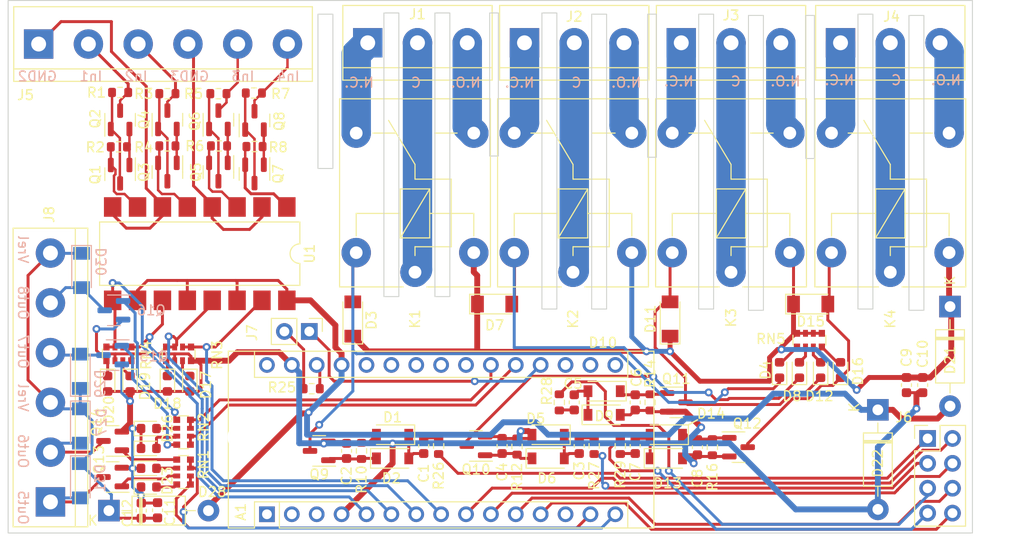
<source format=kicad_pcb>
(kicad_pcb (version 20211014) (generator pcbnew)
  (layers (0 "F.Cu" signal) (31 "B.Cu" signal) (34 "B.Paste" user) (35 "F.Paste" user) (36 "B.SilkS" user "B.Silkscreen") (37 "F.SilkS" user "F.Silkscreen") (38 "B.Mask" user) (39 "F.Mask" user) (44 "Edge.Cuts" user))
  (net 0 "")
  (net 6 "GND1")
  (net 7 "/In_1_iso")
  (net 8 "/In_2_iso")
  (net 9 "/In_3_iso")
  (net 11 "/In_4_iso")
  (net 13 "Net-(A1-Pad9)")
  (net 15 "Net-(A1-Pad10)")
  (net 17 "Net-(A1-Pad11)")
  (net 19 "Net-(A1-Pad12)")
  (net 20 "Net-(A1-Pad19)")
  (net 21 "/5V")
  (net 22 "Net-(A1-Pad28)")
  (net 26 "Net-(C1-Pad1)")
  (net 27 "/5VRel")
  (net 28 "Net-(D3-Pad2)")
  (net 29 "Net-(C3-Pad1)")
  (net 30 "Net-(D7-Pad2)")
  (net 31 "Net-(C5-Pad1)")
  (net 32 "Net-(D11-Pad2)")
  (net 33 "Net-(C7-Pad1)")
  (net 34 "Net-(Q1-Pad1)")
  (net 35 "Net-(Q1-Pad3)")
  (net 36 "/In_1")
  (net 37 "Net-(Q3-Pad1)")
  (net 38 "Net-(Q3-Pad3)")
  (net 39 "/In_3")
  (net 40 "Net-(Q5-Pad1)")
  (net 41 "Net-(Q5-Pad3)")
  (net 42 "/In_2")
  (net 43 "Net-(Q7-Pad1)")
  (net 44 "Net-(Q7-Pad3)")
  (net 45 "/In_4")
  (net 46 "Net-(D15-Pad2)")
  (net 47 "Net-(J1-Pad1)")
  (net 48 "Net-(J1-Pad2)")
  (net 49 "Net-(J1-Pad3)")
  (net 50 "Net-(J2-Pad1)")
  (net 51 "Net-(J2-Pad2)")
  (net 52 "Net-(J2-Pad3)")
  (net 53 "Net-(J3-Pad1)")
  (net 54 "Net-(J3-Pad2)")
  (net 55 "Net-(J3-Pad3)")
  (net 56 "Net-(J4-Pad1)")
  (net 57 "Net-(J4-Pad2)")
  (net 58 "Net-(J4-Pad3)")
  (net 59 "Net-(J7-Pad2)")
  (net 60 "GND2")
  (net 61 "GND3")
  (net 62 "Net-(C1-Pad2)")
  (net 63 "Net-(C3-Pad2)")
  (net 64 "Net-(C5-Pad2)")
  (net 65 "Net-(C7-Pad2)")
  (net 66 "Net-(D17-Pad2)")
  (net 67 "Net-(D18-Pad2)")
  (net 68 "Net-(D19-Pad2)")
  (net 69 "Net-(D20-Pad2)")
  (net 70 "/Out_5")
  (net 71 "/Out_6")
  (net 72 "/Out_7")
  (net 73 "/Out_8")
  (net 74 "Net-(C11-Pad2)")
  (net 75 "Net-(D23-Pad2)")
  (net 76 "Net-(D24-Pad2)")
  (net 77 "Net-(D25-Pad2)")
  (net 78 "Net-(D26-Pad2)")
  (net 79 "Net-(D27-Pad2)")
  (net 80 "Net-(D29-Pad2)")
  (net 81 "Net-(D30-Pad2)")
  (net 82 "Net-(D31-Pad2)")
  (net 83 "/Wd_1_Rel")
  (net 84 "/Wd_2_Rel")
  (net 85 "/Wd_3_Rel")
  (net 86 "/Wd_4_Rel")
  (net 87 "Net-(Q13-Pad1)")
  (net 88 "Net-(Q14-Pad1)")
  (net 89 "Net-(Q15-Pad1)")
  (net 90 "Net-(Q16-Pad1)")
  (net 91 "/R1")
  (net 92 "/R2")
  (net 93 "/R3")
  (net 94 "/R4")
  (net 95 "Net-(Q1-Pad2)")
  (net 96 "Net-(Q3-Pad2)")
  (net 97 "Net-(Q5-Pad2)")
  (net 98 "Net-(Q7-Pad2)")
  (net 99 "Net-(C2-Pad1)")
  (net 100 "Net-(C4-Pad1)")
  (net 101 "Net-(C6-Pad1)")
  (net 102 "Net-(C8-Pad1)")
  (footprint "TerminalBlock:TerminalBlock_bornier-6_P5.08mm" (layer "F.Cu") (at 73.216 28.956)
    (fp_text reference "J5")
    (fp_text value "Screw_Terminal_01x06")
  )
  (footprint "Resistor_SMD:R_Array_Convex_4x0612" (layer "F.Cu") (at 88.011 72.644 180)
    (fp_text reference "RN1")
    (fp_text value "1k")
  )
  (footprint "Relay_THT:Relay_SPDT_Finder_36.11" (layer "F.Cu") (at 160.147 52.246 90)
    (fp_text reference "K4")
    (fp_text value "FINDER-36.11")
  )
  (footprint "Package_TO_SOT_SMD:SOT-23" (layer "F.Cu") (at 101.854 70.485 180)
    (fp_text reference "Q9")
    (fp_text value "BSS138")
  )
  (footprint "Diode_SMD:D_MiniMELF" (layer "F.Cu") (at 105.283 57.023 90)
    (fp_text reference "D3")
    (fp_text value "1N4148")
  )
  (footprint "Resistor_SMD:R_0603_1608Metric" (layer "F.Cu") (at 81.407 39.4485)
    (fp_text reference "R2")
    (fp_text value "47")
  )
  (footprint "Package_TO_SOT_SMD:SOT-23" (layer "F.Cu") (at 91.567 42.0215 -90)
    (fp_text reference "Q5")
    (fp_text value "BC817")
  )
  (footprint "Resistor_SMD:R_0603_1608Metric" (layer "F.Cu") (at 81.534 33.89875)
    (fp_text reference "R1")
    (fp_text value "10k")
  )
  (footprint "LED_SMD:LED_0603_1608Metric" (layer "F.Cu") (at 82.55 63.627 -90)
    (fp_text reference "D19")
    (fp_text value "LED")
  )
  (footprint "Package_DIP:SMDIP-16_W9.53mm" (layer "F.Cu") (at 89.662 50.353 -90)
    (fp_text reference "U1")
    (fp_text value "LTV-847S")
  )
  (footprint "Package_TO_SOT_SMD:SOT-23" (layer "F.Cu") (at 86.36 42.0215 -90)
    (fp_text reference "Q3")
    (fp_text value "BC817")
  )
  (footprint "Resistor_SMD:R_0603_1608Metric" (layer "F.Cu") (at 101.092 64.135 180)
    (fp_text reference "R25")
    (fp_text value "100")
  )
  (footprint "TerminalBlock:TerminalBlock_bornier-6_P5.08mm" (layer "F.Cu") (at 74.422 75.692 90)
    (fp_text reference "J8")
    (fp_text value "Screw_Terminal_01x06")
  )
  (footprint "Package_TO_SOT_SMD:SOT-23" (layer "F.Cu") (at 95.25 36.7515 90)
    (fp_text reference "Q8")
    (fp_text value "BC817")
  )
  (footprint "Resistor_SMD:R_0603_1608Metric" (layer "F.Cu") (at 135.636 65.532 90)
    (fp_text reference "R14")
    (fp_text value "1M")
  )
  (footprint "Resistor_SMD:R_Array_Convex_4x0612" (layer "F.Cu") (at 151.892 59.182 90)
    (fp_text reference "RN5")
    (fp_text value "1k")
  )
  (footprint "TerminalBlock:TerminalBlock_bornier-3_P5.08mm" (layer "F.Cu") (at 122.809 28.829)
    (fp_text reference "J2")
    (fp_text value "Screw_Terminal_01x03")
  )
  (footprint "Resistor_SMD:R_0603_1608Metric" (layer "F.Cu") (at 91.628 39.3545)
    (fp_text reference "R6")
    (fp_text value "47")
  )
  (footprint "MountingHole:MountingHole_3.2mm_M3" (layer "F.Cu") (at 74.422 39.243)
    (fp_text reference "H3" hide)
    (fp_text value "MountingHole")
  )
  (footprint "Module:Arduino_Nano" (layer "F.Cu") (at 96.52 76.952 90)
    (fp_text reference "A1")
    (fp_text value "Arduino_Nano_v3.x")
  )
  (footprint "Resistor_SMD:R_0603_1608Metric" (layer "F.Cu") (at 86.36 39.3545)
    (fp_text reference "R4")
    (fp_text value "47")
  )
  (footprint "Diode_THT:D_DO-41_SOD81_P10.16mm_Horizontal" (layer "F.Cu") (at 158.877 66.294 -90)
    (fp_text reference "D22")
    (fp_text value "1N53 5,1V 5W")
  )
  (footprint "Relay_THT:Relay_SPDT_Finder_36.11" (layer "F.Cu") (at 127.762 52.246 90)
    (fp_text reference "K2")
    (fp_text value "FINDER-36.11")
  )
  (footprint "LED_SMD:LED_0603_1608Metric" (layer "F.Cu") (at 148.844 62.23 90)
    (fp_text reference "D4")
    (fp_text value "LED")
  )
  (footprint "Diode_SMD:D_SOD-123" (layer "F.Cu") (at 137.287 71.247)
    (fp_text reference "D14")
    (fp_text value "BAT46")
  )
  (footprint "Resistor_SMD:R_0603_1608Metric" (layer "F.Cu") (at 95.186 33.9575)
    (fp_text reference "R7")
    (fp_text value "10k")
  )
  (footprint "Diode_THT:D_DO-41_SOD81_P10.16mm_Horizontal" (layer "F.Cu") (at 166.243 55.753 -90)
    (fp_text reference "D21")
    (fp_text value "1N4001")
  )
  (footprint "Package_TO_SOT_SMD:SOT-23" (layer "F.Cu") (at 117.856 69.977 180)
    (fp_text reference "Q10")
    (fp_text value "BSS138")
  )
  (footprint "LED_SMD:LED_0603_1608Metric" (layer "F.Cu") (at 84.455 68.199)
    (fp_text reference "D26")
    (fp_text value "LED")
  )
  (footprint "LED_SMD:LED_0603_1608Metric" (layer "F.Cu") (at 88.646 63.627 -90)
    (fp_text reference "D17")
    (fp_text value "LED")
  )
  (footprint "Relay_THT:Relay_SPDT_Finder_36.11" (layer "F.Cu") (at 111.633 52.246 90)
    (fp_text reference "K1")
    (fp_text value "FINDER-36.11")
  )
  (footprint "Diode_SMD:D_SOD-123" (layer "F.Cu") (at 109.347 71.247)
    (fp_text reference "D1")
    (fp_text value "BAT46")
  )
  (footprint "Capacitor_SMD:C_0603_1608Metric" (layer "F.Cu") (at 140.462 70.104 -90)
    (fp_text reference "C8")
    (fp_text value "2u2")
  )
  (footprint "Resistor_SMD:R_Array_Convex_4x0612" (layer "F.Cu") (at 88.011 68.58 180)
    (fp_text reference "RN2")
    (fp_text value "1k")
  )
  (footprint "Package_TO_SOT_SMD:SOT-23" (layer "F.Cu") (at 80.772 69.469 180)
    (fp_text reference "Q14")
    (fp_text value "BC817")
  )
  (footprint "Package_TO_SOT_SMD:SOT-23" (layer "F.Cu") (at 81.534 36.69275 90)
    (fp_text reference "Q2")
    (fp_text value "BC817")
  )
  (footprint "Resistor_SMD:R_0603_1608Metric" (layer "F.Cu") (at 95.25 39.4185)
    (fp_text reference "R8")
    (fp_text value "47")
  )
  (footprint "Diode_SMD:D_SOD-123" (layer "F.Cu") (at 109.347 68.834 180)
    (fp_text reference "D2")
    (fp_text value "BAT46")
  )
  (footprint "Diode_SMD:D_SOD-123" (layer "F.Cu") (at 130.937 64.389 180)
    (fp_text reference "D9")
    (fp_text value "BAT46")
  )
  (footprint "Resistor_SMD:R_Array_Convex_4x0612" (layer "F.Cu") (at 81.407 60.579 -90)
    (fp_text reference "RN4")
    (fp_text value "1k")
  )
  (footprint "MountingHole:MountingHole_3.2mm_M3" (layer "F.Cu") (at 152.527 69.088)
    (fp_text reference "H1" hide)
    (fp_text value "MountingHole")
  )
  (footprint "Diode_SMD:D_SOD-123" (layer "F.Cu") (at 137.287 68.834 180)
    (fp_text reference "D13")
    (fp_text value "BAT46")
  )
  (footprint "Package_TO_SOT_SMD:SOT-23" (layer "F.Cu") (at 91.567 36.6875 90)
    (fp_text reference "Q6")
    (fp_text value "BC817")
  )
  (footprint "Diode_THT:D_DO-41_SOD81_P10.16mm_Horizontal" (layer "F.Cu") (at 80.391 76.581)
    (fp_text reference "D28")
    (fp_text value "1N4001")
  )
  (footprint "Resistor_SMD:R_0603_1608Metric" (layer "F.Cu") (at 132.588 69.977 90)
    (fp_text reference "R29")
    (fp_text value "100")
  )
  (footprint "Capacitor_SMD:C_0603_1608Metric" (layer "F.Cu") (at 163.449 63.767 -90)
    (fp_text reference "C10")
    (fp_text value "100n")
  )
  (footprint "LED_SMD:LED_0603_1608Metric" (layer "F.Cu") (at 155.067 62.23 90)
    (fp_text reference "D16")
    (fp_text value "LED")
  )
  (footprint "Package_TO_SOT_SMD:SOT-23" (layer "F.Cu") (at 95.25 42.2125 -90)
    (fp_text reference "Q7")
    (fp_text value "BC817")
  )
  (footprint "Diode_SMD:D_MiniMELF" (layer "F.Cu") (at 137.668 57.023 90)
    (fp_text reference "D11")
    (fp_text value "1N4148")
  )
  (footprint "TerminalBlock:TerminalBlock_bornier-3_P5.08mm" (layer "F.Cu") (at 155.067 28.829)
    (fp_text reference "J4")
    (fp_text value "Screw_Terminal_01x03")
  )
  (footprint "Resistor_SMD:R_0603_1608Metric" (layer "F.Cu") (at 126.365 65.532 90)
    (fp_text reference "R28")
    (fp_text value "100")
  )
  (footprint "TerminalBlock:TerminalBlock_bornier-3_P5.08mm" (layer "F.Cu") (at 138.811 28.829)
    (fp_text reference "J3")
    (fp_text value "Screw_Terminal_01x03")
  )
  (footprint "Resistor_SMD:R_0603_1608Metric" (layer "F.Cu") (at 86.36 34.0205)
    (fp_text reference "R3")
    (fp_text value "10k")
  )
  (footprint "Capacitor_SMD:C_0603_1608Metric" (layer "F.Cu") (at 127.889 65.532 -90)
    (fp_text reference "C5")
    (fp_text value "100n")
  )
  (footprint "LED_SMD:LED_0603_1608Metric" (layer "F.Cu") (at 153.035 62.23 90)
    (fp_text reference "D12")
    (fp_text value "LED")
  )
  (footprint "Resistor_SMD:R_0603_1608Metric" (layer "F.Cu") (at 91.567 34.0205)
    (fp_text reference "R5")
    (fp_text value "10k")
  )
  (footprint "Resistor_SMD:R_0603_1608Metric" (layer "F.Cu") (at 122.047 70.04 -90)
    (fp_text reference "R12")
    (fp_text value "1M")
  )
  (footprint "LED_SMD:LED_0603_1608Metric" (layer "F.Cu") (at 150.876 62.23 90)
    (fp_text reference "D8")
    (fp_text value "LED")
  )
  (footprint "Diode_SMD:D_MiniMELF" (layer "F.Cu") (at 119.761 55.499)
    (fp_text reference "D7")
    (fp_text value "1N4148")
  )
  (footprint "Capacitor_SMD:C_0603_1608Metric" (layer "F.Cu") (at 112.522 69.977 90)
    (fp_text reference "C1")
    (fp_text value "100n")
  )
  (footprint "Capacitor_SMD:C_0603_1608Metric" (layer "F.Cu") (at 128.397 69.977 90)
    (fp_text reference "C3")
    (fp_text value "100n")
  )
  (footprint "Package_TO_SOT_SMD:SOT-23" (layer "F.Cu") (at 144.653 70.104)
    (fp_text reference "Q12")
    (fp_text value "BSS138")
  )
  (footprint "Connector_PinHeader_2.54mm:PinHeader_2x04_P2.54mm_Vertical" (layer "F.Cu") (at 163.957 69.215)
    (fp_text reference "J6")
    (fp_text value "Conn_02x04_Odd_Even")
  )
  (footprint "Diode_SMD:D_SOD-123" (layer "F.Cu") (at 125.222 68.834 180)
    (fp_text reference "D6")
    (fp_text value "BAT46")
  )
  (footprint "Capacitor_SMD:C_0603_1608Metric" (layer "F.Cu") (at 134.112 69.977 -90)
    (fp_text reference "C7")
    (fp_text value "100n")
  )
  (footprint "LED_SMD:LED_0603_1608Metric" (layer "F.Cu") (at 84.455 74.168)
    (fp_text reference "D23")
    (fp_text value "LED")
  )
  (footprint "Resistor_SMD:R_0603_1608Metric" (layer "F.Cu") (at 114.046 69.977 -90)
    (fp_text reference "R26")
    (fp_text value "100")
  )
  (footprint "Diode_SMD:D_SOD-123" (layer "F.Cu") (at 125.222 71.247)
    (fp_text reference "D5")
    (fp_text value "BAT46")
  )
  (footprint "Capacitor_SMD:C_0603_1608Metric" (layer "F.Cu") (at 83.693 76.581 90)
    (fp_text reference "C12")
    (fp_text value "100n")
  )
  (footprint "Capacitor_SMD:C_0603_1608Metric" (layer "F.Cu") (at 120.523 69.977 90)
    (fp_text reference "C4")
    (fp_text value "2u2")
  )
  (footprint "Relay_THT:Relay_SPDT_Finder_36.11" (layer "F.Cu") (at 143.891 52.246 90)
    (fp_text reference "K3")
    (fp_text value "FINDER-36.11")
  )
  (footprint "TerminalBlock:TerminalBlock_bornier-3_P5.08mm" (layer "F.Cu") (at 106.807 28.829)
    (fp_text reference "J1")
    (fp_text value "Screw_Terminal_01x03")
  )
  (footprint "LED_SMD:LED_0603_1608Metric" (layer "F.Cu") (at 86.36 63.627 -90)
    (fp_text reference "D18")
    (fp_text value "LED")
  )
  (footprint "Package_TO_SOT_SMD:SOT-23" (layer "F.Cu") (at 81.534 42.2425 -90)
    (fp_text reference "Q1")
    (fp_text value "BC817")
  )
  (footprint "Package_TO_SOT_SMD:SOT-23" (layer "F.Cu") (at 138.303 65.532)
    (fp_text reference "Q11")
    (fp_text value "BSS138")
  )
  (footprint "Resistor_SMD:R_0603_1608Metric" (layer "F.Cu") (at 141.986 70.104 90)
    (fp_text reference "R16")
    (fp_text value "1M")
  )
  (footprint "Diode_SMD:D_SOD-123" (layer "F.Cu") (at 130.937 66.802)
    (fp_text reference "D10")
    (fp_text value "BAT46")
  )
  (footprint "Package_TO_SOT_SMD:SOT-23" (layer "F.Cu") (at 80.772 73.152 180)
    (fp_text reference "Q13")
    (fp_text value "BC817")
  )
  (footprint "Capacitor_SMD:C_0603_1608Metric" (layer "F.Cu") (at 85.353 76.543 -90)
    (fp_text reference "C11")
    (fp_text value "2u2")
  )
  (footprint "Connector_PinHeader_2.54mm:PinHeader_1x02_P2.54mm_Vertical" (layer "F.Cu") (at 100.843 58.293 -90)
    (fp_text reference "J7")
    (fp_text value "Conn_01x02_Male")
  )
  (footprint "Resistor_SMD:R_0603_1608Metric" (layer "F.Cu") (at 129.921 69.977 -90)
    (fp_text reference "R27")
    (fp_text value "100")
  )
  (footprint "Resistor_SMD:R_Array_Convex_4x0612" (layer "F.Cu") (at 87.503 60.579 -90)
    (fp_text reference "RN3")
    (fp_text value "1k")
  )
  (footprint "Capacitor_SMD:C_0603_1608Metric" (layer "F.Cu") (at 104.648 70.485 90)
    (fp_text reference "C2")
    (fp_text value "2u2")
  )
  (footprint "LED_SMD:LED_0603_1608Metric" (layer "F.Cu") (at 80.264 63.627 -90)
    (fp_text reference "D20")
    (fp_text value "LED")
  )
  (footprint "Package_TO_SOT_SMD:SOT-23" (layer "F.Cu") (at 86.36 36.6875 90)
    (fp_text reference "Q4")
    (fp_text value "BC817")
  )
  (footprint "MountingHole:MountingHole_3.2mm_M3" (layer "F.Cu") (at 94.107 69.088)
    (fp_text reference "H2" hide)
    (fp_text value "MountingHole")
  )
  (footprint "LED_SMD:LED_0603_1608Metric" (layer "F.Cu") (at 84.455 70.231)
    (fp_text reference "D25" hide)
    (fp_text value "LED")
  )
  (footprint "Capacitor_SMD:C_0603_1608Metric" (layer "F.Cu") (at 134.112 65.532 -90)
    (fp_text reference "C6")
    (fp_text value "2u2")
  )
  (footprint "Capacitor_SMD:C_0603_1608Metric" (layer "F.Cu") (at 161.798 63.767 90)
    (fp_text reference "C9")
    (fp_text value "2u2")
  )
  (footprint "Resistor_SMD:R_0603_1608Metric" (layer "F.Cu") (at 106.172 70.485 -90)
    (fp_text reference "R10")
    (fp_text value "1M")
  )
  (footprint "Diode_SMD:D_MiniMELF" (layer "F.Cu") (at 152.019 55.499)
    (fp_text reference "D15")
    (fp_text value "1N4148")
  )
  (footprint "LED_SMD:LED_0603_1608Metric" (layer "F.Cu") (at 84.455 72.263)
    (fp_text reference "D24" hide)
    (fp_text value "LED")
  )
  (footprint "Diode_SMD:D_MiniMELF" (layer "B.Cu") (at 77.47 62.357 90)
    (fp_text reference "D29")
    (fp_text value "1N4148")
  )
  (footprint "Package_TO_SOT_SMD:SOT-23" (layer "B.Cu") (at 80.772 60.706 180)
    (fp_text reference "Q15")
    (fp_text value "BC817")
  )
  (footprint "Diode_SMD:D_MiniMELF" (layer "B.Cu") (at 77.597 52.07 -90)
    (fp_text reference "D30")
    (fp_text value "1N4148")
  )
  (footprint "Package_TO_SOT_SMD:SOT-23" (layer "B.Cu") (at 80.899 56.134 180)
    (fp_text reference "Q16")
    (fp_text value "BC817")
  )
  (footprint "Diode_SMD:D_MiniMELF" (layer "B.Cu") (at 77.47 73.533 -90)
    (fp_text reference "D31")
    (fp_text value "1N4148")
  )
  (footprint "Diode_SMD:D_MiniMELF" (layer "B.Cu") (at 77.47 67.945 -90)
    (fp_text reference "D27")
    (fp_text value "1N4148")
  )
  (gr_line (start 140.462 67.31) (end 139.537 67.834) (layer "F.SilkS") (width 0.15))
  (gr_rect (start 156.845 25.908) (end 158.369 56.007) (layer "Edge.Cuts") (width 0.1) (fill none))
  (gr_rect (start 145.669 26.035) (end 147.193 56.134) (layer "Edge.Cuts") (width 0.1) (fill none))
  (gr_rect (start 70.104 24.511) (end 168.529 78.867) (layer "Edge.Cuts") (width 0.1) (fill none))
  (gr_rect (start 108.458 25.781) (end 109.982 54.737) (layer "Edge.Cuts") (width 0.1) (fill none))
  (gr_rect (start 113.665 25.781) (end 115.189 54.737) (layer "Edge.Cuts") (width 0.1) (fill none))
  (gr_rect (start 140.589 25.908) (end 142.113 56.007) (layer "Edge.Cuts") (width 0.1) (fill none))
  (gr_rect (start 162.052 26.035) (end 163.576 56.134) (layer "Edge.Cuts") (width 0.1) (fill none))
  (gr_rect (start 151.511 26.035) (end 152.4 40.64) (layer "Edge.Cuts") (width 0.1) (fill none))
  (gr_rect (start 135.382 25.908) (end 136.271 40.513) (layer "Edge.Cuts") (width 0.1) (fill none))
  (gr_rect (start 119.253 25.781) (end 120.142 40.386) (layer "Edge.Cuts") (width 0.1) (fill none))
  (gr_rect (start 129.667 25.908) (end 131.191 56.007) (layer "Edge.Cuts") (width 0.1) (fill none))
  (gr_rect (start 101.727 25.908) (end 103.251 41.656) (layer "Edge.Cuts") (width 0.1) (fill none))
  (gr_rect (start 124.587 25.781) (end 126.111 56.007) (layer "Edge.Cuts") (width 0.1) (fill none))
  (gr_text "N.O.    C     N.C." (at 144.018 32.766) (layer "B.SilkS") (effects (font (size 1 1)) (justify mirror)))
  (gr_text "N.O.    C     N.C." (at 160.401 32.639) (layer "B.SilkS") (effects (font (size 1 1)) (justify mirror)))
  (gr_text "N.O.    C     N.C." (at 127.762 32.893) (layer "B.SilkS") (effects (font (size 1 1)) (justify mirror)))
  (gr_text "N.O.    C     N.C." (at 111.379 32.893) (layer "B.SilkS") (effects (font (size 1 1)) (justify mirror)))
  (gr_text "In4   In3   GND3   In2   In1   GND2" (at 85.471 32.258) (layer "B.SilkS") (effects (font (size 1 1)) (justify mirror)))
  (gr_text "Out5   Out6   Vrel  Out7  Out8   Vrel" (at 71.628 63.246 270) (layer "B.SilkS") (effects (font (size 1 1)) (justify mirror)))
  (segment (start 81.7705 72.263) (end 81.7095 72.202) (width 0.3) (layer "F.Cu") (net 6))
  (segment (start 81.056511 60.579489) (end 79.468467 60.579489) (width 0.3) (layer "F.Cu") (net 6))
  (segment (start 143.7155 71.054) (end 140.637 71.054) (width 0.3) (layer "F.Cu") (net 6))
  (segment (start 83.6675 68.199) (end 82.0295 68.199) (width 0.3) (layer "F.Cu") (net 6))
  (segment (start 88.646 62.8395) (end 88.3665 62.8395) (width 0.3) (layer "F.Cu") (net 6))
  (segment (start 132.587 66.802) (end 133.617 66.802) (width 0.3) (layer "F.Cu") (net 6))
  (segment (start 106.871 69.66) (end 107.697 68.834) (width 0.3) (layer "F.Cu") (net 6))
  (segment (start 82.804 72.263) (end 81.7705 72.263) (width 0.3) (layer "F.Cu") (net 6))
  (segment (start 99.06 61.712) (end 97.760489 60.412489) (width 0.6) (layer "F.Cu") (net 6))
  (segment (start 139.305 70.879) (end 138.937 71.247) (width 0.3) (layer "F.Cu") (net 6))
  (segment (start 82.726511 60.579489) (end 83.820489 60.579489) (width 0.3) (layer "F.Cu") (net 6))
  (segment (start 135.761 66.482) (end 135.636 66.357) (width 0.3) (layer "F.Cu") (net 6))
  (segment (start 89.5095 64.4145) (end 89.789 64.135) (width 0.3) (layer "F.Cu") (net 6))
  (segment (start 82.55 65.405) (end 82.55 67.6785) (width 0.6) (layer "F.Cu") (net 6))
  (segment (start 123.2015 68.4635) (end 122.428 68.4635) (width 0.6) (layer "F.Cu") (net 6))
  (segment (start 118.7935 69.027) (end 120.348 69.027) (width 0.3) (layer "F.Cu") (net 6))
  (segment (start 87.152511 60.579489) (end 88.502511 60.579489) (width 0.3) (layer "F.Cu") (net 6))
  (segment (start 104.14 76.952) (end 109.347 71.745) (width 0.6) (layer "F.Cu") (net 6))
  (segment (start 162.814 64.77) (end 163.042 64.542) (width 0.6) (layer "F.Cu") (net 6))
  (segment (start 88.646 64.4145) (end 86.36 64.4145) (width 0.3) (layer "F.Cu") (net 6))
  (segment (start 123.572 68.834) (end 123.2015 68.4635) (width 0.6) (layer "F.Cu") (net 6))
  (segment (start 102.7915 69.535) (end 104.473 69.535) (width 0.3) (layer "F.Cu") (net 6))
  (segment (start 83.6675 68.199) (end 83.6675 70.231) (width 0.3) (layer "F.Cu") (net 6))
  (segment (start 81.007 60.629) (end 81.056511 60.579489) (width 0.3) (layer "F.Cu") (net 6))
  (segment (start 104.648 69.71) (end 106.122 69.71) (width 0.3) (layer "F.Cu") (net 6))
  (segment (start 104.473 69.535) (end 104.648 69.71) (width 0.3) (layer "F.Cu") (net 6))
  (segment (start 81.807 62.0965) (end 81.807 61.279) (width 0.3) (layer "F.Cu") (net 6))
  (segment (start 104.648 69.71) (end 102.347283 69.71) (width 0.3) (layer "F.Cu") (net 6))
  (segment (start 89.789 61.722) (end 89.346 61.279) (width 0.3) (layer "F.Cu") (net 6))
  (segment (start 92.645 61.279) (end 88.773 61.279) (width 0.6) (layer "F.Cu") (net 6))
  (segment (start 82.55 62.8395) (end 81.807 62.0965) (width 0.3) (layer "F.Cu") (net 6))
  (segment (start 83.6675 75.7805) (end 83.693 75.806) (width 0.3) (layer "F.Cu") (net 6))
  (segment (start 135.636 66.357) (end 134.162 66.357) (width 0.3) (layer "F.Cu") (net 6))
  (segment (start 140.081 71.26) (end 140.462 70.879) (width 0.6) (layer "F.Cu") (net 6))
  (segment (start 83.6675 74.168) (end 83.6675 75.0315) (width 0.3) (layer "F.Cu") (net 6))
  (segment (start 97.760489 60.412489) (end 93.511511 60.412489) (width 0.6) (layer "F.Cu") (net 6))
  (segment (start 83.693 75.806) (end 85.315 75.806) (width 0.3) (layer "F.Cu") (net 6))
  (segment (start 106.122 69.71) (end 106.172 69.66) (width 0.3) (layer "F.Cu") (net 6))
  (segment (start 162.814 66.167) (end 162.814 64.77) (width 0.6) (layer "F.Cu") (net 6))
  (segment (start 87.103 60.629) (end 87.152511 60.579489) (width 0.3) (layer "F.Cu") (net 6))
  (segment (start 88.502511 60.579489) (end 88.773 60.849978) (width 0.3) (layer "F.Cu") (net 6))
  (segment (start 163.449 64.542) (end 161.798 64.542) (width 0.3) (layer "F.Cu") (net 6))
  (segment (start 83.6675 75.0315) (end 83.6675 75.7805) (width 0.3) (layer "F.Cu") (net 6))
  (segment (start 79.121 60.232022) (end 79.121 58.039) (width 0.3) (layer "F.Cu") (net 6))
  (segment (start 140.637 71.054) (end 140.462 70.879) (width 0.3) (layer "F.Cu") (net 6))
  (segment (start 87.884 62.357) (end 87.903 62.338) (width 0.3) (layer "F.Cu") (net 6))
  (segment (start 81.007 61.279) (end 81.007 60.629) (width 0.3) (layer "F.Cu") (net 6))
  (segment (start 102.347283 69.71) (end 102.323783 69.7335) (width 0.3) (layer "F.Cu") (net 6))
  (segment (start 137.3655 66.482) (end 139.2425 66.482) (width 0.6) (layer "F.Cu") (net 6))
  (segment (start 122.047 69.215) (end 120.536 69.215) (width 0.3) (layer "F.Cu") (net 6))
  (segment (start 120.536 69.215) (end 120.523 69.202) (width 0.3) (layer "F.Cu") (net 6))
  (segment (start 134.162 66.357) (end 134.112 66.307) (width 0.3) (layer "F.Cu") (net 6))
  (segment (start 120.348 69.027) (end 120.523 69.202) (width 0.3) (layer "F.Cu") (net 6))
  (segment (start 140.462 70.879) (end 139.305 70.879) (width 0.3) (layer "F.Cu") (net 6))
  (segment (start 88.3665 62.8395) (end 87.884 62.357) (width 0.3) (layer "F.Cu") (net 6))
  (segment (start 82.0295 68.199) (end 81.7095 68.519) (width 0.3) (layer "F.Cu") (net 6))
  (segment (start 82.677 60.629) (end 82.677 61.279) (width 0.3) (layer "F.Cu") (net 6))
  (segment (start 82.55 67.6785) (end 81.7095 68.519) (width 0.6) (layer "F.Cu") (net 6))
  (segment (start 79.468467 60.579489) (end 79.121 60.232022) (width 0.3) (layer "F.Cu") (net 6))
  (segment (start 86.36 64.4145) (end 80.264 64.4145) (width 0.3) (layer "F.Cu") (net 6))
  (segment (start 163.042 64.542) (end 163.449 64.542) (width 0.6) (layer "F.Cu") (net 6))
  (segment (start 83.820489 60.579489) (end 87.053489 60.579489) (width 0.3) (layer "F.Cu") (net 6))
  (segment (start 88.773 60.849978) (end 88.773 61.279) (width 0.3) (layer "F.Cu") (net 6))
  (segment (start 109.347 71.745) (end 109.347 69.7335) (width 0.6) (layer "F.Cu") (net 6))
  (segment (start 82.627489 60.579489) (end 82.677 60.629) (width 0.3) (layer "F.Cu") (net 6))
  (segment (start 139.2425 66.482) (end 140.843 68.0825) (width 0.6) (layer "F.Cu") (net 6))
  (segment (start 93.511511 60.412489) (end 92.645 61.279) (width 0.6) (layer "F.Cu") (net 6))
  (segment (start 88.646 64.4145) (end 89.5095 64.4145) (width 0.3) (layer "F.Cu") (net 6))
  (segment (start 122.047 69.215) (end 123.191 69.215) (width 0.3) (layer "F.Cu") (net 6))
  (segment (start 106.172 69.66) (end 106.871 69.66) (width 0.3) (layer "F.Cu") (net 6))
  (segment (start 85.315 75.806) (end 85.353 75.768) (width 0.3) (layer "F.Cu") (net 6))
  (segment (start 140.081 71.755) (end 140.081 71.26) (width 0.6) (layer "F.Cu") (net 6))
  (segment (start 81.056511 60.579489) (end 82.627489 60.579489) (width 0.3) (layer "F.Cu") (net 6))
  (segment (start 82.55 64.4145) (end 82.55 65.405) (width 0.6) (layer "F.Cu") (net 6))
  (segment (start 87.903 62.338) (end 87.903 61.279) (width 0.3) (layer "F.Cu") (net 6))
  (segment (start 123.191 69.215) (end 123.572 68.834) (width 0.3) (layer "F.Cu") (net 6))
  (segment (start 137.3655 66.482) (end 135.761 66.482) (width 0.3) (layer "F.Cu") (net 6))
  (segment (start 83.6675 72.263) (end 82.804 72.263) (width 0.3) (layer "F.Cu") (net 6))
  (segment (start 89.789 64.135) (end 89.789 61.722) (width 0.3) (layer "F.Cu") (net 6))
  (segment (start 133.617 66.802) (end 134.112 66.307) (width 0.3) (layer "F.Cu") (net 6))
  (segment (start 89.346 61.279) (end 88.773 61.279) (width 0.3) (layer "F.Cu") (net 6))
  (segment (start 87.053489 60.579489) (end 87.103 60.629) (width 0.3) (layer "F.Cu") (net 6))
  (segment (start 87.103 60.629) (end 87.103 61.279) (width 0.3) (layer "F.Cu") (net 6))
  (segment (start 82.677 60.629) (end 82.726511 60.579489) (width 0.3) (layer "F.Cu") (net 6))
  (via (at 162.814 66.167) (size 0.8) (drill 0.4) (layers "F.Cu" "B.Cu") (net 6))
  (via (at 82.55 65.405) (size 0.8) (drill 0.4) (layers "F.Cu" "B.Cu") (net 6))
  (via (at 140.843 68.0825) (size 0.8) (drill 0.4) (layers "F.Cu" "B.Cu") (net 6))
  (via (at 82.804 68.199) (size 0.8) (drill 0.4) (layers "F.Cu" "B.Cu") (net 6))
  (via (at 79.121 58.039) (size 0.8) (drill 0.4) (layers "F.Cu" "B.Cu") (net 6))
  (via (at 140.081 71.755) (size 0.8) (drill 0.4) (layers "F.Cu" "B.Cu") (net 6))
  (via (at 82.804 72.263) (size 0.8) (drill 0.4) (layers "F.Cu" "B.Cu") (net 6))
  (via (at 83.6675 75.0315) (size 0.8) (drill 0.4) (layers "F.Cu" "B.Cu") (net 6))
  (via (at 122.428 68.4635) (size 0.8) (drill 0.4) (layers "F.Cu" "B.Cu") (net 6))
  (via (at 102.323783 69.7335) (size 0.8) (drill 0.4) (layers "F.Cu" "B.Cu") (net 6))
  (via (at 109.347 69.7335) (size 0.8) (drill 0.4) (layers "F.Cu" "B.Cu") (net 6))
  (segment (start 143.742989 69.701989) (end 139.213011 69.701989) (width 0.6) (layer "B.Cu") (net 6))
  (segment (start 139.213011 70.887011) (end 140.081 71.755) (width 0.6) (layer "B.Cu") (net 6))
  (segment (start 158.877 70.104) (end 162.814 66.167) (width 0.6) (layer "B.Cu") (net 6))
  (segment (start 80.8815 58.039) (end 81.8365 57.084) (width 0.3) (layer "B.Cu") (net 6))
  (segment (start 82.804 68.199) (end 82.804 72.263) (width 0.3) (layer "B.Cu") (net 6))
  (segment (start 99.81331 69.701989) (end 99.81331 62.46531) (width 0.6) (layer "B.Cu") (net 6))
  (segment (start 158.877 76.454) (end 158.877 70.104) (width 0.6) (layer "B.Cu") (net 6))
  (segment (start 99.81331 62.46531) (end 99.06 61.712) (width 0.6) (layer "B.Cu") (net 6))
  (segment (start 158.877 76.454) (end 150.495 76.454) (width 0.6) (layer "B.Cu") (net 6))
  (segment (start 82.804 74.168) (end 83.6675 75.0315) (width 0.3) (layer "B.Cu") (net 6))
  (segment (start 79.121 58.039) (end 80.8815 58.039) (width 0.3) (layer "B.Cu") (net 6))
  (segment (start 140.8325 68.0825) (end 140.843 68.0825) (width 0.6) (layer "B.Cu") (net 6))
  (segment (start 150.495 76.454) (end 143.742989 69.701989) (width 0.6) (layer "B.Cu") (net 6))
  (segment (start 122.322011 68.569489) (end 122.428 68.4635) (width 0.6) (layer "B.Cu") (net 6))
  (segment (start 139.213011 69.701989) (end 122.322011 69.701989) (width 0.6) (layer "B.Cu") (net 6))
  (segment (start 139.213011 69.701989) (end 139.213011 70.887011) (width 0.6) (layer "B.Cu") (net 6))
  (segment (start 122.322011 69.701989) (end 104.542011 69.701989) (width 0.6) (layer "B.Cu") (net 6))
  (segment (start 122.322011 69.701989) (end 122.322011 68.569489) (width 0.6) (layer "B.Cu") (net 6))
  (segment (start 104.542011 69.701989) (end 102.355294 69.701989) (width 0.6) (layer "B.Cu") (net 6))
  (segment (start 82.804 72.263) (end 82.804 74.168) (width 0.3) (layer "B.Cu") (net 6))
  (segment (start 104.542011 69.701989) (end 99.81331 69.701989) (width 0.6) (layer "B.Cu") (net 6))
  (segment (start 139.213011 69.701989) (end 140.8325 68.0825) (width 0.6) (layer "B.Cu") (net 6))
  (segment (start 81.7095 61.656) (end 81.7095 64.5645) (width 0.3) (layer "B.Cu") (net 6))
  (segment (start 81.7095 64.5645) (end 82.55 65.405) (width 0.3) (layer "B.Cu") (net 6))
  (segment (start 102.355294 69.701989) (end 102.323783 69.7335) (width 0.6) (layer "B.Cu") (net 6))
  (segment (start 81.007 55.353) (end 80.772 55.118) (width 0.3) (layer "F.Cu") (net 7))
  (segment (start 80.137 59.879) (end 81.007 59.879) (width 0.3) (layer "F.Cu") (net 7))
  (segment (start 81.007 59.879) (end 81.007 55.353) (width 0.3) (layer "F.Cu") (net 7))
  (segment (start 80.772 53.34) (end 80.772 55.118) (width 0.3) (layer "F.Cu") (net 7))
  (via (at 80.772 53.34) (size 0.8) (drill 0.4) (layers "F.Cu" "B.Cu") (net 7))
  (segment (start 88.646 64.897) (end 88.646 64.643) (width 0.3) (layer "B.Cu") (net 7))
  (segment (start 83.795542 59.792542) (end 83.795542 55.699115) (width 0.3) (layer "B.Cu") (net 7))
  (segment (start 83.795542 55.699115) (end 81.436427 53.34) (width 0.3) (layer "B.Cu") (net 7))
  (segment (start 89.410511 72.987757) (end 89.410511 65.661511) (width 0.3) (layer "B.Cu") (net 7))
  (segment (start 88.646 64.643) (end 83.795542 59.792542) (width 0.3) (layer "B.Cu") (net 7))
  (segment (start 89.410511 65.661511) (end 88.646 64.897) (width 0.3) (layer "B.Cu") (net 7))
  (segment (start 81.436427 53.34) (end 80.772 53.34) (width 0.3) (layer "B.Cu") (net 7))
  (segment (start 91.606754 75.184) (end 89.410511 72.987757) (width 0.3) (layer "B.Cu") (net 7))
  (segment (start 104.912 75.184) (end 91.606754 75.184) (width 0.3) (layer "B.Cu") (net 7))
  (segment (start 106.68 76.952) (end 104.912 75.184) (width 0.3) (layer "B.Cu") (net 7))
  (segment (start 82.677 59.879) (end 83.527818 59.879) (width 0.3) (layer "F.Cu") (net 8))
  (segment (start 83.527818 59.879) (end 84.545042 58.861776) (width 0.3) (layer "F.Cu") (net 8))
  (segment (start 81.807 59.879) (end 82.677 59.879) (width 0.3) (layer "F.Cu") (net 8))
  (segment (start 85.852 55.118) (end 85.852 57.554818) (width 0.3) (layer "F.Cu") (net 8))
  (segment (start 85.852 57.554818) (end 84.545042 58.861776) (width 0.3) (layer "F.Cu") (net 8))
  (via (at 84.545042 58.861776) (size 0.8) (drill 0.4) (layers "F.Cu" "B.Cu") (net 8))
  (segment (start 89.916 66.170876) (end 89.916 65.206585) (width 0.3) (layer "B.Cu") (net 8))
  (segment (start 89.910022 72.780853) (end 89.910022 66.176854) (width 0.3) (layer "B.Cu") (net 8))
  (segment (start 84.545042 59.835627) (end 84.545042 58.861776) (width 0.3) (layer "B.Cu") (net 8))
  (segment (start 91.678169 74.549) (end 89.910022 72.780853) (width 0.3) (layer "B.Cu") (net 8))
  (segment (start 109.22 76.952) (end 106.817 74.549) (width 0.3) (layer "B.Cu") (net 8))
  (segment (start 106.817 74.549) (end 91.678169 74.549) (width 0.3) (layer "B.Cu") (net 8))
  (segment (start 89.910022 66.176854) (end 89.916 66.170876) (width 0.3) (layer "B.Cu") (net 8))
  (segment (start 89.916 65.206585) (end 84.545042 59.835627) (width 0.3) (layer "B.Cu") (net 8))
  (segment (start 87.303489 59.127511) (end 90.932 55.499) (width 0.3) (layer "F.Cu") (net 9))
  (segment (start 90.932 55.499) (end 90.932 55.118) (width 0.3) (layer "F.Cu") (net 9))
  (segment (start 86.487 58.801) (end 86.976978 58.801) (width 0.3) (layer "F.Cu") (net 9))
  (segment (start 87.303489 59.678511) (end 87.303489 59.127511) (width 0.3) (layer "F.Cu") (net 9))
  (segment (start 86.976978 58.801) (end 87.303489 59.127511) (width 0.3) (layer "F.Cu") (net 9))
  (segment (start 86.233 59.879) (end 87.103 59.879) (width 0.3) (layer "F.Cu") (net 9))
  (segment (start 87.103 59.879) (end 87.303489 59.678511) (width 0.3) (layer "F.Cu") (net 9))
  (via (at 86.487 58.801) (size 0.8) (drill 0.4) (layers "F.Cu" "B.Cu") (net 9))
  (segment (start 90.409533 64.882533) (end 86.487 60.96) (width 0.3) (layer "B.Cu") (net 9))
  (segment (start 90.415511 64.944096) (end 90.409533 64.938118) (width 0.3) (layer "B.Cu") (net 9))
  (segment (start 111.76 76.952) (end 108.840511 74.032511) (width 0.3) (layer "B.Cu") (net 9))
  (segment (start 90.415511 72.579927) (end 90.415511 64.944096) (width 0.3) (layer "B.Cu") (net 9))
  (segment (start 90.409533 64.938118) (end 90.409533 64.882533) (width 0.3) (layer "B.Cu") (net 9))
  (segment (start 86.487 60.96) (end 86.487 58.801) (width 0.3) (layer "B.Cu") (net 9))
  (segment (start 91.868095 74.032511) (end 90.415511 72.579927) (width 0.3) (layer "B.Cu") (net 9))
  (segment (start 108.840511 74.032511) (end 91.868095 74.032511) (width 0.3) (layer "B.Cu") (net 9))
  (segment (start 87.903 59.879) (end 90.359 59.879) (width 0.3) (layer "F.Cu") (net 11))
  (segment (start 90.359 59.879) (end 91.251 59.879) (width 0.3) (layer "F.Cu") (net 11))
  (segment (start 91.251 59.879) (end 96.012 55.118) (width 0.3) (layer "F.Cu") (net 11))
  (via (at 90.359 59.879) (size 0.8) (drill 0.4) (layers "F.Cu" "B.Cu") (net 11))
  (segment (start 110.881 73.533) (end 92.075 73.533) (width 0.3) (layer "B.Cu") (net 11))
  (segment (start 114.3 76.952) (end 110.881 73.533) (width 0.3) (layer "B.Cu") (net 11))
  (segment (start 92.075 73.533) (end 90.915022 72.373022) (width 0.3) (layer "B.Cu") (net 11))
  (segment (start 90.915022 72.373022) (end 90.915022 63.864022) (width 0.3) (layer "B.Cu") (net 11))
  (segment (start 90.915022 63.864022) (end 90.359 63.308) (width 0.3) (layer "B.Cu") (net 11))
  (segment (start 90.359 63.308) (end 90.359 59.879) (width 0.3) (layer "B.Cu") (net 11))
  (segment (start 130.687927 73.279) (end 131.857471 73.279) (width 0.3) (layer "F.Cu") (net 13))
  (segment (start 132.356982 73.778511) (end 158.327923 73.778511) (width 0.3) (layer "F.Cu") (net 13))
  (segment (start 119.505489 74.286511) (end 129.680416 74.286511) (width 0.3) (layer "F.Cu") (net 13))
  (segment (start 165.297489 70.414511) (end 166.497 69.215) (width 0.3) (layer "F.Cu") (net 13))
  (segment (start 131.857471 73.279) (end 132.356982 73.778511) (width 0.3) (layer "F.Cu") (net 13))
  (segment (start 160.109981 73.768435) (end 163.463905 70.414511) (width 0.3) (layer "F.Cu") (net 13))
  (segment (start 158.327923 73.778511) (end 158.337999 73.768435) (width 0.3) (layer "F.Cu") (net 13))
  (segment (start 163.463905 70.414511) (end 165.297489 70.414511) (width 0.3) (layer "F.Cu") (net 13))
  (segment (start 158.337999 73.768435) (end 160.109981 73.768435) (width 0.3) (layer "F.Cu") (net 13))
  (segment (start 129.680416 74.286511) (end 130.687927 73.279) (width 0.3) (layer "F.Cu") (net 13))
  (segment (start 116.84 76.952) (end 119.505489 74.286511) (width 0.3) (layer "F.Cu") (net 13))
  (segment (start 165.156511 73.095489) (end 166.497 71.755) (width 0.3) (layer "F.Cu") (net 15))
  (segment (start 158.716662 74.802532) (end 158.741661 74.777533) (width 0.3) (layer "F.Cu") (net 15))
  (segment (start 158.751784 74.767467) (end 160.592479 74.767467) (width 0.3) (layer "F.Cu") (net 15))
  (segment (start 119.38 76.952) (end 121.529468 74.802532) (width 0.3) (layer "F.Cu") (net 15))
  (segment (start 121.529468 74.802532) (end 158.716662 74.802532) (width 0.3) (layer "F.Cu") (net 15))
  (segment (start 158.741718 74.777533) (end 158.751784 74.767467) (width 0.3) (layer "F.Cu") (net 15))
  (segment (start 160.878323 74.468509) (end 162.251343 73.095489) (width 0.3) (layer "F.Cu") (net 15))
  (segment (start 160.592479 74.767467) (end 160.877667 74.482279) (width 0.3) (layer "F.Cu") (net 15))
  (segment (start 162.251343 73.095489) (end 165.156511 73.095489) (width 0.3) (layer "F.Cu") (net 15))
  (segment (start 158.741661 74.777533) (end 158.741718 74.777533) (width 0.3) (layer "F.Cu") (net 15))
  (segment (start 160.877667 74.482279) (end 160.878323 74.468509) (width 0.3) (layer "F.Cu") (net 15))
  (segment (start 133.468978 75.302978) (end 123.569022 75.302978) (width 0.3) (layer "F.Cu") (net 17))
  (segment (start 136.144 77.978) (end 133.468978 75.302978) (width 0.3) (layer "F.Cu") (net 17))
  (segment (start 163.251511 75.635489) (end 160.909 77.978) (width 0.3) (layer "F.Cu") (net 17))
  (segment (start 123.569022 75.302978) (end 121.92 76.952) (width 0.3) (layer "F.Cu") (net 17))
  (segment (start 165.156511 75.635489) (end 163.251511 75.635489) (width 0.3) (layer "F.Cu") (net 17))
  (segment (start 166.497 74.295) (end 165.156511 75.635489) (width 0.3) (layer "F.Cu") (net 17))
  (segment (start 160.909 77.978) (end 136.144 77.978) (width 0.3) (layer "F.Cu") (net 17))
  (segment (start 135.763 78.486) (end 164.846 78.486) (width 0.3) (layer "F.Cu") (net 19))
  (segment (start 164.846 78.486) (end 166.497 76.835) (width 0.3) (layer "F.Cu") (net 19))
  (segment (start 133.079489 75.802489) (end 135.763 78.486) (width 0.3) (layer "F.Cu") (net 19))
  (segment (start 124.46 76.952) (end 125.609511 75.802489) (width 0.3) (layer "F.Cu") (net 19))
  (segment (start 125.609511 75.802489) (end 133.079489 75.802489) (width 0.3) (layer "F.Cu") (net 19))
  (segment (start 102.87 60.193) (end 102.87 62.865) (width 0.3) (layer "F.Cu") (net 20))
  (segment (start 102.87 62.865) (end 103.378 63.373) (width 0.3) (layer "F.Cu") (net 20))
  (segment (start 100.843 58.166) (end 102.87 60.193) (width 0.3) (layer "F.Cu") (net 20))
  (segment (start 103.378 63.373) (end 117.729 63.373) (width 0.3) (layer "F.Cu") (net 20))
  (via (at 117.729 63.373) (size 0.8) (drill 0.4) (layers "F.Cu" "B.Cu") (net 20))
  (segment (start 124.46 61.712) (end 122.799 63.373) (width 0.3) (layer "B.Cu") (net 20))
  (segment (start 122.799 63.373) (end 117.729 63.373) (width 0.3) (layer "B.Cu") (net 20))
  (segment (start 161.29 67.183) (end 164.973 67.183) (width 0.6) (layer "F.Cu") (net 21))
  (segment (start 100.685865 66.653999) (end 100.783916 66.555948) (width 0.6) (layer "F.Cu") (net 21))
  (segment (start 103.505 59.909453) (end 103.505 57.658) (width 0.6) (layer "F.Cu") (net 21))
  (segment (start 164.973 67.183) (end 166.37 65.786) (width 0.6) (layer "F.Cu") (net 21))
  (segment (start 158.877 66.294) (end 160.401 66.294) (width 0.6) (layer "F.Cu") (net 21))
  (segment (start 87.376 53.086) (end 88.392 53.086) (width 0.3) (layer "F.Cu") (net 21))
  (segment (start 83.312 54.102) (end 84.328 53.086) (width 0.3) (layer "F.Cu") (net 21))
  (segment (start 93.472 53.213) (end 93.345 53.086) (width 0.3) (layer "F.Cu") (net 21))
  (segment (start 93.345 53.086) (end 97.663 53.086) (width 0.3) (layer "F.Cu") (net 21))
  (segment (start 103.505 57.658) (end 100.965 55.118) (width 0.6) (layer "F.Cu") (net 21))
  (segment (start 97.663 53.086) (end 98.552 53.975) (width 0.3) (layer "F.Cu") (net 21))
  (segment (start 90.805 75.92032) (end 100.071321 66.653999) (width 0.6) (layer "F.Cu") (net 21))
  (segment (start 104.14 61.712) (end 104.14 60.544453) (width 0.6) (layer "F.Cu") (net 21))
  (segment (start 100.965 55.118) (end 98.552 55.118) (width 0.6) (layer "F.Cu") (net 21))
  (segment (start 88.392 53.086) (end 93.345 53.086) (width 0.3) (layer "F.Cu") (net 21))
  (segment (start 83.312 55.118) (end 83.312 54.102) (width 0.3) (layer "F.Cu") (net 21))
  (segment (start 84.328 53.086) (end 87.376 53.086) (width 0.3) (layer "F.Cu") (net 21))
  (segment (start 160.401 66.294) (end 161.29 67.183) (width 0.6) (layer "F.Cu") (net 21))
  (segment (start 104.14 60.544453) (end 103.505 59.909453) (width 0.6) (layer "F.Cu") (net 21))
  (segment (start 98.552 53.975) (end 98.552 55.118) (width 0.3) (layer "F.Cu") (net 21))
  (segment (start 100.071321 66.653999) (end 100.685865 66.653999) (width 0.6) (layer "F.Cu") (net 21))
  (segment (start 88.392 55.118) (end 88.392 53.086) (width 0.3) (layer "F.Cu") (net 21))
  (segment (start 93.472 55.118) (end 93.472 53.213) (width 0.3) (layer "F.Cu") (net 21))
  (segment (start 90.805 76.835) (end 90.805 75.92032) (width 0.6) (layer "F.Cu") (net 21))
  (via (at 100.783916 66.555948) (size 0.8) (drill 0.4) (layers "F.Cu" "B.Cu") (net 21))
  (segment (start 158.877 66.294) (end 157.177 66.294) (width 0.6) (layer "B.Cu") (net 21))
  (segment (start 119.38 68.834) (end 100.612821 68.834) (width 0.6) (layer "B.Cu") (net 21))
  (segment (start 104.14 61.712) (end 104.14 63.199864) (width 0.6) (layer "B.Cu") (net 21))
  (segment (start 139.192 67.183) (end 137.541 68.834) (width 0.6) (layer "B.Cu") (net 21))
  (segment (start 125.222 68.834) (end 123.952 67.564) (width 0.6) (layer "B.Cu") (net 21))
  (segment (start 148.209 64.643) (end 145.669 67.183) (width 0.6) (layer "B.Cu") (net 21))
  (segment (start 100.612821 68.834) (end 100.612821 66.727043) (width 0.6) (layer "B.Cu") (net 21))
  (segment (start 155.526 64.643) (end 148.209 64.643) (width 0.6) (layer "B.Cu") (net 21))
  (segment (start 157.177 66.294) (end 155.526 64.643) (width 0.6) (layer "B.Cu") (net 21))
  (segment (start 100.612821 66.727043) (end 100.783916 66.555948) (width 0.6) (layer "B.Cu") (net 21))
  (segment (start 137.541 68.834) (end 125.222 68.834) (width 0.6) (layer "B.Cu") (net 21))
  (segment (start 104.14 63.199864) (end 100.783916 66.555948) (width 0.6) (layer "B.Cu") (net 21))
  (segment (start 120.65 67.564) (end 119.38 68.834) (width 0.6) (layer "B.Cu") (net 21))
  (segment (start 123.952 67.564) (end 120.65 67.564) (width 0.6) (layer "B.Cu") (net 21))
  (segment (start 145.669 67.183) (end 139.192 67.183) (width 0.6) (layer "B.Cu") (net 21))
  (segment (start 101.917 62.029) (end 101.6 61.712) (width 0.3) (layer "F.Cu") (net 22))
  (segment (start 101.917 64.135) (end 101.917 62.029) (width 0.3) (layer "F.Cu") (net 22))
  (segment (start 112.522 70.752) (end 111.492 70.752) (width 0.3) (layer "F.Cu") (net 26))
  (segment (start 110.997 71.247) (end 110.997 68.834) (width 0.3) (layer "F.Cu") (net 26))
  (segment (start 111.492 70.752) (end 110.997 71.247) (width 0.3) (layer "F.Cu") (net 26))
  (segment (start 161.798 62.992) (end 157.988 62.992) (width 0.5) (layer "F.Cu") (net 27))
  (segment (start 149.0345 59.8805) (end 149.0345 60.1345) (width 0.5) (layer "F.Cu") (net 27))
  (segment (start 140.716 63.373) (end 137.668 60.325) (width 0.5) (layer "F.Cu") (net 27))
  (segment (start 117.856 60.325) (end 117.983 60.198) (width 0.6) (layer "F.Cu") (net 27))
  (segment (start 117.983 52.578) (end 117.633 52.228) (width 0.6) (layer "F.Cu") (net 27))
  (segment (start 166.37 55.626) (end 166.37 60.833) (width 0.6) (layer "F.Cu") (net 27))
  (segment (start 150.269 55.499) (end 150.269 58.646) (width 0.5) (layer "F.Cu") (net 27))
  (segment (start 153.162 58.482) (end 150.622 58.482) (width 0.3) (layer "F.Cu") (net 27))
  (segment (start 166.37 60.833) (end 164.211 62.992) (width 0.6) (layer "F.Cu") (net 27))
  (segment (start 117.983 60.198) (end 117.983 52.578) (width 0.6) (layer "F.Cu") (net 27))
  (segment (start 150.269 50.624) (end 149.891 50.246) (width 0.3) (layer "F.Cu") (net 27))
  (segment (start 106.835 60.325) (end 117.856 60.325) (width 0.6) (layer "F.Cu") (net 27))
  (segment (start 150.269 55.499) (end 150.269 50.624) (width 0.3) (layer "F.Cu") (net 27))
  (segment (start 164.211 62.992) (end 161.798 62.992) (width 0.6) (layer "F.Cu") (net 27))
  (segment (start 166.147 50.246) (end 166.147 55.403) (width 0.6) (layer "F.Cu") (net 27))
  (segment (start 117.633 52.228) (end 117.633 50.246) (width 0.6) (layer "F.Cu") (net 27))
  (segment (start 137.668 60.325) (end 137.668 58.773) (width 0.5) (layer "F.Cu") (net 27))
  (segment (start 166.147 55.403) (end 166.37 55.626) (width 0.6) (layer "F.Cu") (net 27))
  (segment (start 150.269 58.646) (end 149.0345 59.8805) (width 0.5) (layer "F.Cu") (net 27))
  (segment (start 148.6535 60.1345) (end 147.828 60.96) (width 0.5) (layer "F.Cu") (net 27))
  (segment (start 105.283 58.773) (end 106.835 60.325) (width 0.6) (layer "F.Cu") (net 27))
  (segment (start 135.255 60.325) (end 117.983 60.325) (width 0.5) (layer "F.Cu") (net 27))
  (segment (start 149.0345 60.1345) (end 148.6535 60.1345) (width 0.5) (layer "F.Cu") (net 27))
  (segment (start 147.828 63.373) (end 140.716 63.373) (width 0.5) (layer "F.Cu") (net 27))
  (segment (start 157.988 62.992) (end 156.718 64.262) (width 0.5) (layer "F.Cu") (net 27))
  (segment (start 147.828 60.96) (end 147.828 63.373) (width 0.5) (layer "F.Cu") (net 27))
  (via (at 156.718 64.262) (size 0.8) (drill 0.4) (layers "F.Cu" "B.Cu") (net 27))
  (via (at 149.0345 60.1345) (size 0.8) (drill 0.4) (layers "F.Cu" "B.Cu") (net 27))
  (via (at 135.255 60.325) (size 0.8) (drill 0.4) (layers "F.Cu" "B.Cu") (net 27))
  (via (at 137.668 60.325) (size 0.8) (drill 0.4) (layers "F.Cu" "B.Cu") (net 27))
  (segment (start 152.5905 60.1345) (end 149.0345 60.1345) (width 0.5) (layer "B.Cu") (net 27))
  (segment (start 156.718 64.262) (end 152.5905 60.1345) (width 0.5) (layer "B.Cu") (net 27))
  (segment (start 135.255 60.325) (end 133.762 58.832) (width 0.5) (layer "B.Cu") (net 27))
  (segment (start 137.668 60.325) (end 135.255 60.325) (width 0.5) (layer "B.Cu") (net 27))
  (segment (start 133.762 58.832) (end 133.762 50.246) (width 0.5) (layer "B.Cu") (net 27))
  (segment (start 105.283 50.596) (end 105.633 50.246) (width 0.3) (layer "F.Cu") (net 28))
  (segment (start 143.6245 64.135) (end 143.256 64.5035) (width 0.3) (layer "F.Cu") (net 28))
  (segment (start 105.283 55.273) (end 105.283 50.596) (width 0.3) (layer "F.Cu") (net 28))
  (segment (start 148.844 63.0175) (end 148.844 63.5) (width 0.3) (layer "F.Cu") (net 28))
  (segment (start 148.844 63.5) (end 148.209 64.135) (width 0.3) (layer "F.Cu") (net 28))
  (segment (start 148.209 64.135) (end 143.6245 64.135) (width 0.3) (layer "F.Cu") (net 28))
  (segment (start 100.9165 68.7555) (end 101.854 67.818) (width 0.3) (layer "F.Cu") (net 28))
  (segment (start 100.9165 70.485) (end 100.9165 68.7555) (width 0.3) (layer "F.Cu") (net 28))
  (via (at 143.256 64.5035) (size 0.8) (drill 0.4) (layers "F.Cu" "B.Cu") (net 28))
  (via (at 101.854 67.818) (size 0.8) (drill 0.4) (layers "F.Cu" "B.Cu") (net 28))
  (segment (start 137.525655 65.532) (end 142.2275 65.532) (width 0.3) (layer "B.Cu") (net 28))
  (segment (start 105.289511 60.204511) (end 105.289511 64.382489) (width 0.3) (layer "B.Cu") (net 28))
  (segment (start 105.289511 64.382489) (end 101.854 67.818) (width 0.3) (layer "B.Cu") (net 28))
  (segment (start 135.671656 63.678001) (end 137.525655 65.532) (width 0.3) (layer "B.Cu") (net 28))
  (segment (start 132.556144 60.562489) (end 135.203999 63.210344) (width 0.3) (layer "B.Cu") (net 28))
  (segment (start 142.2275 65.532) (end 143.256 64.5035) (width 0.3) (layer "B.Cu") (net 28))
  (segment (start 105.664 60.579) (end 105.680511 60.562489) (width 0.3) (layer "B.Cu") (net 28))
  (segment (start 105.680511 60.562489) (end 132.556144 60.562489) (width 0.3) (layer "B.Cu") (net 28))
  (segment (start 135.203999 63.238955) (end 135.643045 63.678001) (width 0.3) (layer "B.Cu") (net 28))
  (segment (start 135.203999 63.210344) (end 135.203999 63.238955) (width 0.3) (layer "B.Cu") (net 28))
  (segment (start 105.289511 50.589489) (end 105.633 50.246) (width 0.3) (layer "B.Cu") (net 28))
  (segment (start 105.289511 60.204511) (end 105.289511 50.589489) (width 0.3) (layer "B.Cu") (net 28))
  (segment (start 105.289511 60.204511) (end 105.664 60.579) (width 0.3) (layer "B.Cu") (net 28))
  (segment (start 135.643045 63.678001) (end 135.671656 63.678001) (width 0.3) (layer "B.Cu") (net 28))
  (segment (start 128.397 70.752) (end 127.367 70.752) (width 0.3) (layer "F.Cu") (net 29))
  (segment (start 127.367 70.752) (end 126.872 71.247) (width 0.3) (layer "F.Cu") (net 29))
  (segment (start 126.872 68.834) (end 126.872 71.247) (width 0.3) (layer "F.Cu") (net 29))
  (segment (start 143.693455 65.126001) (end 143.566455 65.253001) (width 0.3) (layer "F.Cu") (net 30))
  (segment (start 136.017 62.865) (end 135.9535 62.9285) (width 0.3) (layer "F.Cu") (net 30))
  (segment (start 142.342001 65.253001) (end 141.605 64.516) (width 0.3) (layer "F.Cu") (net 30))
  (segment (start 150.876 63.0175) (end 148.767499 65.126001) (width 0.3) (layer "F.Cu") (net 30))
  (segment (start 121.511 55.499) (end 121.793 55.217) (width 0.3) (layer "F.Cu") (net 30))
  (segment (start 148.767499 65.126001) (end 143.693455 65.126001) (width 0.3) (layer "F.Cu") (net 30))
  (segment (start 123.511573 62.865) (end 136.017 62.865) (width 0.3) (layer "F.Cu") (net 30))
  (segment (start 116.9185 69.458073) (end 123.511573 62.865) (width 0.3) (layer "F.Cu") (net 30))
  (segment (start 121.793 55.217) (end 121.793 50.277) (width 0.3) (layer "F.Cu") (net 30))
  (segment (start 121.793 50.277) (end 121.762 50.246) (width 0.3) (layer "F.Cu") (net 30))
  (segment (start 143.566455 65.253001) (end 142.342001 65.253001) (width 0.3) (layer "F.Cu") (net 30))
  (segment (start 116.9185 69.977) (end 116.9185 69.458073) (width 0.3) (layer "F.Cu") (net 30))
  (via (at 141.605 64.516) (size 0.8) (drill 0.4) (layers "F.Cu" "B.Cu") (net 30))
  (via (at 135.9535 62.9285) (size 0.8) (drill 0.4) (layers "F.Cu" "B.Cu") (net 30))
  (segment (start 135.9535 62.9285) (end 137.541 64.516) (width 0.3) (layer "B.Cu") (net 30))
  (segment (start 121.762 50.246) (end 121.762 59.944) (width 0.3) (layer "B.Cu") (net 30))
  (segment (start 137.541 64.516) (end 141.605 64.516) (width 0.3) (layer "B.Cu") (net 30))
  (segment (start 121.762 59.944) (end 132.969 59.944) (width 0.3) (layer "B.Cu") (net 30))
  (segment (start 132.969 59.944) (end 135.9535 62.9285) (width 0.3) (layer "B.Cu") (net 30))
  (segment (start 129.287 64.389) (end 128.257 64.389) (width 0.3) (layer "F.Cu") (net 31))
  (segment (start 128.257 64.389) (end 127.889 64.757) (width 0.3) (layer "F.Cu") (net 31))
  (segment (start 129.287 66.802) (end 129.287 64.389) (width 0.3) (layer "F.Cu") (net 31))
  (segment (start 139.2405 65.532) (end 139.461012 65.752512) (width 0.3) (layer "F.Cu") (net 32))
  (segment (start 139.461012 65.752512) (end 148.877488 65.752512) (width 0.3) (layer "F.Cu") (net 32))
  (segment (start 149.978511 64.651489) (end 151.401011 64.651489) (width 0.3) (layer "F.Cu") (net 32))
  (segment (start 139.2405 65.532) (end 139.2405 63.0405) (width 0.3) (layer "F.Cu") (net 32))
  (segment (start 137.668 55.273) (end 137.668 50.469) (width 0.3) (layer "F.Cu") (net 32))
  (segment (start 139.2405 63.0405) (end 136.144 59.944) (width 0.3) (layer "F.Cu") (net 32))
  (segment (start 136.144 59.944) (end 136.144 56.261) (width 0.3) (layer "F.Cu") (net 32))
  (segment (start 136.144 56.261) (end 137.132 55.273) (width 0.3) (layer "F.Cu") (net 32))
  (segment (start 137.132 55.273) (end 137.668 55.273) (width 0.3) (layer "F.Cu") (net 32))
  (segment (start 151.401011 64.651489) (end 153.035 63.0175) (width 0.3) (layer "F.Cu") (net 32))
  (segment (start 148.877488 65.752512) (end 149.978511 64.651489) (width 0.3) (layer "F.Cu") (net 32))
  (segment (start 137.668 50.469) (end 137.891 50.246) (width 0.3) (layer "F.Cu") (net 32))
  (segment (start 134.112 69.202) (end 135.269 69.202) (width 0.3) (layer "F.Cu") (net 33))
  (segment (start 135.637 71.247) (end 135.637 68.834) (width 0.3) (layer "F.Cu") (net 33))
  (segment (start 135.269 69.202) (end 135.637 68.834) (width 0.3) (layer "F.Cu") (net 33))
  (segment (start 82.484 37.63025) (end 82.484 39.36175) (width 0.25) (layer "F.Cu") (net 34))
  (segment (start 82.484 41.305) (end 82.484 39.7005) (width 0.25) (layer "F.Cu") (net 34))
  (segment (start 82.484 39.1965) (end 82.232 39.4485) (width 0.25) (layer "F.Cu") (net 34))
  (segment (start 82.484 39.7005) (end 82.232 39.4485) (width 0.25) (layer "F.Cu") (net 34))
  (segment (start 80.709 33.89875) (end 80.709 37.50525) (width 0.25) (layer "F.Cu") (net 35))
  (segment (start 80.709 37.50525) (end 80.584 37.63025) (width 0.25) (layer "F.Cu") (net 35))
  (segment (start 81.50748 43.31873) (end 81.50748 38.55373) (width 0.25) (layer "F.Cu") (net 35))
  (segment (start 81.50748 38.55373) (end 80.584 37.63025) (width 0.25) (layer "F.Cu") (net 35))
  (segment (start 78.296 28.956) (end 82.359 33.019) (width 0.3) (layer "F.Cu") (net 36))
  (segment (start 82.359 33.019) (end 82.359 33.89875) (width 0.3) (layer "F.Cu") (net 36))
  (segment (start 81.534 34.72375) (end 82.359 33.89875) (width 0.25) (layer "F.Cu") (net 36))
  (segment (start 81.534 35.75525) (end 81.534 34.72375) (width 0.25) (layer "F.Cu") (net 36))
  (segment (start 87.31 41.084) (end 87.31 37.625) (width 0.25) (layer "F.Cu") (net 37))
  (segment (start 86.36 38.575) (end 85.41 37.625) (width 0.25) (layer "F.Cu") (net 38))
  (segment (start 85.535 34.0205) (end 85.535 37.5) (width 0.25) (layer "F.Cu") (net 38))
  (segment (start 85.535 37.5) (end 85.41 37.625) (width 0.25) (layer "F.Cu") (net 38))
  (segment (start 86.36 42.959) (end 86.36 38.575) (width 0.25) (layer "F.Cu") (net 38))
  (segment (start 92.392 34.925) (end 91.567 35.75) (width 0.25) (layer "F.Cu") (net 39))
  (segment (start 92.392 34.0205) (end 92.392 34.925) (width 0.25) (layer "F.Cu") (net 39))
  (segment (start 93.536 32.8765) (end 93.536 28.956) (width 0.25) (layer "F.Cu") (net 39))
  (segment (start 92.392 34.0205) (end 93.536 32.8765) (width 0.25) (layer "F.Cu") (net 39))
  (segment (start 92.517 37.625) (end 92.517 41.084) (width 0.25) (layer "F.Cu") (net 40))
  (segment (start 90.617 37.625) (end 91.567 38.575) (width 0.25) (layer "F.Cu") (net 41))
  (segment (start 90.617 37.625) (end 90.617 34.1455) (width 0.25) (layer "F.Cu") (net 41))
  (segment (start 91.567 38.575) (end 91.567 42.959) (width 0.25) (layer "F.Cu") (net 41))
  (segment (start 90.617 34.1455) (end 90.742 34.0205) (width 0.25) (layer "F.Cu") (net 41))
  (segment (start 86.36 34.8455) (end 87.185 34.0205) (width 0.25) (layer "F.Cu") (net 42))
  (segment (start 83.376 28.956) (end 87.185 32.765) (width 0.3) (layer "F.Cu") (net 42))
  (segment (start 87.185 32.765) (end 87.185 34.0205) (width 0.3) (layer "F.Cu") (net 42))
  (segment (start 86.36 35.75) (end 86.36 34.8455) (width 0.25) (layer "F.Cu") (net 42))
  (segment (start 96.2 41.275) (end 96.2 37.689) (width 0.25) (layer "F.Cu") (net 43))
  (segment (start 94.3 34.0185) (end 94.361 33.9575) (width 0.25) (layer "F.Cu") (net 44))
  (segment (start 95.25 43.15) (end 95.25 38.639) (width 0.25) (layer "F.Cu") (net 44))
  (segment (start 95.25 38.639) (end 94.3 37.689) (width 0.25) (layer "F.Cu") (net 44))
  (segment (start 94.3 37.689) (end 94.3 34.0185) (width 0.25) (layer "F.Cu") (net 44))
  (segment (start 98.616 31.3525) (end 98.616 28.956) (width 0.25) (layer "F.Cu") (net 45))
  (segment (start 96.011 33.9575) (end 98.616 31.3525) (width 0.25) (layer "F.Cu") (net 45))
  (segment (start 95.25 34.7185) (end 96.011 33.9575) (width 0.25) (layer "F.Cu") (net 45))
  (segment (start 95.25 35.814) (end 95.25 34.7185) (width 0.25) (layer "F.Cu") (net 45))
  (segment (start 154.147 50.246) (end 153.91 50.483) (width 0.3) (layer "F.Cu") (net 46))
  (segment (start 155.067 63.0175) (end 155.89152 62.19298) (width 0.3) (layer "F.Cu") (net 46))
  (segment (start 153.11148 63.80452) (end 154.27998 63.80452) (width 0.3) (layer "F.Cu") (net 46))
  (segment (start 155.89152 62.19298) (end 155.89152 59.24452) (width 0.3) (layer "F.Cu") (net 46))
  (segment (start 150.185407 65.151009) (end 151.764991 65.151009) (width 0.3) (layer "F.Cu") (net 46))
  (segment (start 154.27998 63.80452) (end 155.067 63.0175) (width 0.3) (layer "F.Cu") (net 46))
  (segment (start 145.5905 69.745916) (end 150.185407 65.151009) (width 0.3) (layer "F.Cu") (net 46))
  (segment (start 151.764991 65.151009) (end 153.11148 63.80452) (width 0.3) (layer "F.Cu") (net 46))
  (segment (start 155.89152 59.24452) (end 153.769 57.122) (width 0.3) (layer "F.Cu") (net 46))
  (segment (start 145.5905 70.104) (end 145.5905 69.745916) (width 0.3) (layer "F.Cu") (net 46))
  (segment (start 153.769 57.122) (end 153.769 55.499) (width 0.3) (layer "F.Cu") (net 46))
  (segment (start 153.91 50.483) (end 153.91 55.499) (width 0.3) (layer "F.Cu") (net 46))
  (segment (start 105.633 38.046) (end 105.633 30.003) (width 3) (layer "B.Cu") (net 47))
  (segment (start 105.633 30.003) (end 106.807 28.829) (width 3) (layer "B.Cu") (net 47))
  (segment (start 111.887 51.992) (end 111.633 52.246) (width 3) (layer "B.Cu") (net 48))
  (segment (start 111.887 28.829) (end 111.887 51.992) (width 3) (layer "B.Cu") (net 48))
  (segment (start 116.967 37.38) (end 117.633 38.046) (width 3) (layer "B.Cu") (net 49))
  (segment (start 116.967 28.829) (end 116.967 37.38) (width 3) (layer "B.Cu") (net 49))
  (segment (start 122.809 28.829) (end 122.809 36.999) (width 3) (layer "B.Cu") (net 50))
  (segment (start 122.809 36.999) (end 121.762 38.046) (width 3) (layer "B.Cu") (net 50))
  (segment (start 127.889 52.119) (end 127.889 28.829) (width 3) (layer "B.Cu") (net 51))
  (segment (start 127.762 52.246) (end 127.889 52.119) (width 3) (layer "B.Cu") (net 51))
  (segment (start 132.969 28.829) (end 132.969 37.253) (width 3) (layer "B.Cu") (net 52))
  (segment (start 132.969 37.253) (end 133.762 38.046) (width 3) (layer "B.Cu") (net 52))
  (segment (start 138.811 37.126) (end 137.891 38.046) (width 3) (layer "B.Cu") (net 53))
  (segment (start 138.811 28.829) (end 138.811 37.126) (width 3) (layer "B.Cu") (net 53))
  (segment (start 143.891 52.246) (end 143.891 28.829) (width 3) (layer "B.Cu") (net 54))
  (segment (start 148.971 28.829) (end 148.971 37.126) (width 3) (layer "B.Cu") (net 55))
  (segment (start 148.971 37.126) (end 149.891 38.046) (width 3) (layer "B.Cu") (net 55))
  (segment (start 155.067 37.126) (end 154.147 38.046) (width 3) (layer "B.Cu") (net 56))
  (segment (start 155.067 28.829) (end 155.067 37.126) (width 3) (layer "B.Cu") (net 56))
  (segment (start 160.147 52.246) (end 160.147 28.829) (width 3) (layer "B.Cu") (net 57))
  (segment (start 166.147 38.046) (end 166.147 29.749) (width 3) (layer "B.Cu") (net 58))
  (segment (start 166.147 29.749) (end 165.227 28.829) (width 3) (layer "B.Cu") (net 58))
  (segment (start 100.267 60.13) (end 98.303 58.166) (width 0.3) (layer "F.Cu") (net 59))
  (segment (start 100.267 64.135) (end 100.267 60.13) (width 0.3) (layer "F.Cu") (net 59))
  (segment (start 80.772 45.588) (end 80.772 46.355) (width 0.3) (layer "F.Cu") (net 60))
  (segment (start 82.169 47.752) (end 84.582 47.752) (width 0.3) (layer "F.Cu") (net 60))
  (segment (start 84.582 47.752) (end 85.852 46.482) (width 0.3) (layer "F.Cu") (net 60))
  (segment (start 80.645 26.67) (end 80.645 29.718) (width 0.3) (layer "F.Cu") (net 60))
  (segment (start 75.502 26.67) (end 80.645 26.67) (width 0.3) (layer "F.Cu") (net 60))
  (segment (start 84.201 43.688) (end 85.852 45.339) (width 0.3) (layer "F.Cu") (net 60))
  (segment (start 84.201 33.274) (end 84.201 43.688) (width 0.3) (layer "F.Cu") (net 60))
  (segment (start 85.852 46.482) (end 85.852 45.588) (width 0.3) (layer "F.Cu") (net 60))
  (segment (start 80.645 29.718) (end 84.201 33.274) (width 0.3) (layer "F.Cu") (net 60))
  (segment (start 85.852 45.339) (end 85.852 45.588) (width 0.3) (layer "F.Cu") (net 60))
  (segment (start 80.772 46.355) (end 82.169 47.752) (width 0.3) (layer "F.Cu") (net 60))
  (segment (start 73.216 28.956) (end 75.502 26.67) (width 0.3) (layer "F.Cu") (net 60))
  (segment (start 92.075 47.879) (end 94.742 47.879) (width 0.3) (layer "F.Cu") (net 61))
  (segment (start 88.456 28.956) (end 89.027 29.527) (width 0.3) (layer "F.Cu") (net 61))
  (segment (start 90.932 45.339) (end 90.932 45.588) (width 0.3) (layer "F.Cu") (net 61))
  (segment (start 94.742 47.879) (end 96.012 46.609) (width 0.3) (layer "F.Cu") (net 61))
  (segment (start 89.027 29.527) (end 89.027 43.434) (width 0.3) (layer "F.Cu") (net 61))
  (segment (start 90.932 45.588) (end 90.932 46.736) (width 0.3) (layer "F.Cu") (net 61))
  (segment (start 90.932 46.736) (end 92.075 47.879) (width 0.3) (layer "F.Cu") (net 61))
  (segment (start 89.027 43.434) (end 90.932 45.339) (width 0.3) (layer "F.Cu") (net 61))
  (segment (start 96.012 46.609) (end 96.012 45.588) (width 0.3) (layer "F.Cu") (net 61))
  (segment (start 114.046 69.152) (end 112.572 69.152) (width 0.3) (layer "F.Cu") (net 62))
  (segment (start 112.572 69.152) (end 112.522 69.202) (width 0.3) (layer "F.Cu") (net 62))
  (segment (start 128.447 69.152) (end 128.397 69.202) (width 0.3) (layer "F.Cu") (net 63))
  (segment (start 129.921 69.152) (end 128.447 69.152) (width 0.3) (layer "F.Cu") (net 63))
  (segment (start 127.889 66.307) (end 126.415 66.307) (width 0.3) (layer "F.Cu") (net 64))
  (segment (start 126.415 66.307) (end 126.365 66.357) (width 0.3) (layer "F.Cu") (net 64))
  (segment (start 134.112 70.752) (end 132.638 70.752) (width 0.3) (layer "F.Cu") (net 65))
  (segment (start 132.638 70.752) (end 132.588 70.802) (width 0.3) (layer "F.Cu") (net 65))
  (segment (start 86.36 61.406) (end 86.233 61.279) (width 0.3) (layer "F.Cu") (net 67))
  (segment (start 86.36 62.8395) (end 86.36 61.406) (width 0.3) (layer "F.Cu") (net 67))
  (segment (start 80.264 62.8395) (end 80.264 61.406) (width 0.3) (layer "F.Cu") (net 69))
  (segment (start 80.264 61.406) (end 80.137 61.279) (width 0.3) (layer "F.Cu") (net 69))
  (segment (start 88.711 73.044) (end 88.711 73.914) (width 0.3) (layer "F.Cu") (net 70))
  (segment (start 87.261499 75.363501) (end 87.261499 77.045914) (width 0.3) (layer "F.Cu") (net 70))
  (segment (start 88.574585 78.359) (end 128.133 78.359) (width 0.3) (layer "F.Cu") (net 70))
  (segment (start 87.261499 77.045914) (end 88.574585 78.359) (width 0.3) (layer "F.Cu") (net 70))
  (segment (start 88.711 73.914) (end 87.261499 75.363501) (width 0.3) (layer "F.Cu") (net 70))
  (segment (start 128.133 78.359) (end 129.54 76.952) (width 0.3) (layer "F.Cu") (net 70))
  (segment (start 88.711 72.244) (end 89.210022 72.244) (width 0.3) (layer "F.Cu") (net 71))
  (segment (start 89.210022 72.244) (end 89.410511 72.444489) (width 0.3) (layer "F.Cu") (net 71))
  (segment (start 88.711 71.374) (end 88.711 72.244) (width 0.3) (layer "F.Cu") (net 71))
  (segment (start 88.011 76.2) (end 88.011 76.708) (width 0.3) (layer "F.Cu") (net 71))
  (segment (start 89.410511 74.800489) (end 88.011 76.2) (width 0.3) (layer "F.Cu") (net 71))
  (segment (start 89.410511 72.444489) (end 89.410511 74.800489) (width 0.3) (layer "F.Cu") (net 71))
  (via (at 88.011 76.708) (size 0.8) (drill 0.4) (layers "F.Cu" "B.Cu") (net 71))
  (segment (start 88.011 77.851) (end 88.519 78.359) (width 0.3) (layer "B.Cu") (net 71))
  (segment (start 130.673 78.359) (end 132.08 76.952) (width 0.3) (layer "B.Cu") (net 71))
  (segment (start 88.519 78.359) (end 130.673 78.359) (width 0.3) (layer "B.Cu") (net 71))
  (segment (start 88.011 76.708) (end 88.011 77.851) (width 0.3) (layer "B.Cu") (net 71))
  (segment (start 88.711 68.98) (end 89.361 68.98) (width 0.3) (layer "F.Cu") (net 72))
  (segment (start 117.825553 65.806447) (end 121.92 61.712) (width 0.3) (layer "F.Cu") (net 72))
  (segment (start 89.361 68.98) (end 92.534553 65.806447) (width 0.3) (layer "F.Cu") (net 72))
  (segment (start 92.534553 65.806447) (end 117.825553 65.806447) (width 0.3) (layer "F.Cu") (net 72))
  (segment (start 88.711 69.85) (end 88.711 68.98) (width 0.3) (layer "F.Cu") (net 72))
  (segment (start 117.348 65.278) (end 91.694 65.278) (width 0.3) (layer "F.Cu") (net 73))
  (segment (start 119.38 63.246) (end 117.348 65.278) (width 0.3) (layer "F.Cu") (net 73))
  (segment (start 88.711 68.18) (end 88.711 67.31) (width 0.3) (layer "F.Cu") (net 73))
  (segment (start 91.694 65.278) (end 89.662 67.31) (width 0.3) (layer "F.Cu") (net 73))
  (segment (start 89.662 67.31) (end 88.711 67.31) (width 0.3) (layer "F.Cu") (net 73))
  (segment (start 119.38 61.712) (end 119.38 63.246) (width 0.3) (layer "F.Cu") (net 73))
  (segment (start 72.136 52.578) (end 74.422 50.292) (width 0.3) (layer "F.Cu") (net 74))
  (segment (start 72.136 63.246) (end 72.136 52.578) (width 0.3) (layer "F.Cu") (net 74))
  (segment (start 85.315 77.356) (end 81.166 77.356) (width 0.3) (layer "F.Cu") (net 74))
  (segment (start 74.422 65.532) (end 72.136 63.246) (width 0.3) (layer "F.Cu") (net 74))
  (segment (start 81.166 77.356) (end 80.645 76.835) (width 0.3) (layer "F.Cu") (net 74))
  (segment (start 85.353 77.318) (end 85.315 77.356) (width 0.3) (layer "F.Cu") (net 74))
  (segment (start 78.669511 70.583489) (end 78.669511 67.394511) (width 0.3) (layer "B.Cu") (net 74))
  (segment (start 74.45 50.32) (end 74.422 50.292) (width 0.3) (layer "B.Cu") (net 74))
  (segment (start 77.47 71.783) (end 80.645 74.958) (width 0.3) (layer "B.Cu") (net 74))
  (segment (start 77.597 50.32) (end 74.45 50.32) (width 0.3) (layer "B.Cu") (net 74))
  (segment (start 77.47 71.783) (end 78.669511 70.583489) (width 0.3) (layer "B.Cu") (net 74))
  (segment (start 77.47 64.107) (end 77.47 66.195) (width 0.3) (layer "B.Cu") (net 74))
  (segment (start 75.085 66.195) (end 74.422 65.532) (width 0.3) (layer "B.Cu") (net 74))
  (segment (start 80.645 74.958) (end 80.645 76.835) (width 0.3) (layer "B.Cu") (net 74))
  (segment (start 77.47 66.195) (end 75.085 66.195) (width 0.3) (layer "B.Cu") (net 74))
  (segment (start 78.669511 67.394511) (end 77.47 66.195) (width 0.3) (layer "B.Cu") (net 74))
  (segment (start 87.057 74.168) (end 87.311 73.914) (width 0.3) (layer "F.Cu") (net 75))
  (segment (start 85.2425 74.168) (end 87.057 74.168) (width 0.3) (layer "F.Cu") (net 75))
  (segment (start 87.311 72.244) (end 85.2615 72.244) (width 0.3) (layer "F.Cu") (net 76))
  (segment (start 85.2615 72.244) (end 85.2425 72.263) (width 0.3) (layer "F.Cu") (net 76))
  (segment (start 85.2425 70.231) (end 85.2425 69.1895) (width 0.3) (layer "F.Cu") (net 77))
  (segment (start 87.203 69.088) (end 87.311 68.98) (width 0.3) (layer "F.Cu") (net 77))
  (segment (start 85.344 69.088) (end 87.203 69.088) (width 0.3) (layer "F.Cu") (net 77))
  (segment (start 85.2425 69.1895) (end 85.344 69.088) (width 0.3) (layer "F.Cu") (net 77))
  (segment (start 87.292 68.199) (end 87.311 68.18) (width 0.3) (layer "F.Cu") (net 78))
  (segment (start 85.2425 68.199) (end 87.292 68.199) (width 0.3) (layer "F.Cu") (net 78))
  (segment (start 79.8345 69.469) (end 78.6915 70.612) (width 0.3) (layer "F.Cu") (net 79))
  (segment (start 78.6915 70.612) (end 74.422 70.612) (width 0.3) (layer "F.Cu") (net 79))
  (segment (start 75.339 69.695) (end 74.422 70.612) (width 0.3) (layer "B.Cu") (net 79))
  (segment (start 77.47 69.695) (end 75.339 69.695) (width 0.3) (layer "B.Cu") (net 79))
  (segment (start 74.676 60.706) (end 79.8345 60.706) (width 0.3) (layer "B.Cu") (net 80))
  (segment (start 74.422 60.452) (end 74.676 60.706) (width 0.3) (layer "B.Cu") (net 80))
  (segment (start 79.9615 56.134) (end 79.911 56.134) (width 0.3) (layer "B.Cu") (net 81))
  (segment (start 79.911 56.134) (end 77.597 53.82) (width 0.3) (layer "B.Cu") (net 81))
  (segment (start 77.597 53.82) (end 75.974 53.82) (width 0.3) (layer "B.Cu") (net 81))
  (segment (start 75.974 53.82) (end 74.422 55.372) (width 0.3) (layer "B.Cu") (net 81))
  (segment (start 79.8345 73.152) (end 77.2945 75.692) (width 0.3) (layer "F.Cu") (net 82))
  (segment (start 77.2945 75.692) (end 74.422 75.692) (width 0.3) (layer "F.Cu") (net 82))
  (segment (start 77.47 75.283) (end 74.831 75.283) (width 0.3) (layer "B.Cu") (net 82))
  (segment (start 74.831 75.283) (end 74.422 75.692) (width 0.3) (layer "B.Cu") (net 82))
  (segment (start 163.8935 69.215) (end 159.839566 73.268934) (width 0.3) (layer "F.Cu") (net 83))
  (segment (start 132.055886 72.771) (end 116.015 72.771) (width 0.3) (layer "F.Cu") (net 83))
  (segment (start 132.55382 73.268934) (end 132.055886 72.771) (width 0.3) (layer "F.Cu") (net 83))
  (segment (start 163.957 69.215) (end 163.8935 69.215) (width 0.3) (layer "F.Cu") (net 83))
  (segment (start 116.015 72.771) (end 114.046 70.802) (width 0.3) (layer "F.Cu") (net 83))
  (segment (start 159.839566 73.268934) (end 132.55382 73.268934) (width 0.3) (layer "F.Cu") (net 83))
  (segment (start 160.388568 74.251848) (end 160.38856 74.251856) (width 0.3) (layer "F.Cu") (net 84))
  (segment (start 129.921 70.802) (end 130.112 70.993) (width 0.3) (layer "F.Cu") (net 84))
  (segment (start 160.389224 74.238069) (end 160.388568 74.251848) (width 0.3) (layer "F.Cu") (net 84))
  (segment (start 162.872293 71.755) (end 160.389224 74.238069) (width 0.3) (layer "F.Cu") (net 84))
  (segment (start 131.301022 74.278022) (end 131.064 74.041) (width 0.3) (layer "F.Cu") (net 84))
  (segment (start 160.38856 74.251856) (end 160.337264 74.249414) (width 0.3) (layer "F.Cu") (net 84))
  (segment (start 158.544879 74.267956) (end 158.534813 74.278022) (width 0.3) (layer "F.Cu") (net 84))
  (segment (start 158.534813 74.278022) (end 131.301022 74.278022) (width 0.3) (layer "F.Cu") (net 84))
  (segment (start 158.544903 74.267946) (end 158.544893 74.267956) (width 0.3) (layer "F.Cu") (net 84))
  (segment (start 163.957 71.755) (end 162.872293 71.755) (width 0.3) (layer "F.Cu") (net 84))
  (segment (start 160.318732 74.267946) (end 158.544903 74.267946) (width 0.3) (layer "F.Cu") (net 84))
  (segment (start 158.544893 74.267956) (end 158.544879 74.267956) (width 0.3) (layer "F.Cu") (net 84))
  (segment (start 160.337264 74.249414) (end 160.318732 74.267946) (width 0.3) (layer "F.Cu") (net 84))
  (segment (start 130.112 70.993) (end 130.76398 70.993) (width 0.3) (layer "F.Cu") (net 84))
  (via (at 131.064 74.041) (size 0.8) (drill 0.4) (layers "F.Cu" "B.Cu") (net 84))
  (via (at 130.76398 70.993) (size 0.8) (drill 0.4) (layers "F.Cu" "B.Cu") (net 84))
  (segment (start 131.064 74.041) (end 130.76398 73.74098) (width 0.3) (layer "B.Cu") (net 84))
  (segment (start 130.76398 73.74098) (end 130.76398 70.993) (width 0.3) (layer "B.Cu") (net 84))
  (segment (start 136.436511 67.884489) (end 137.541 68.988978) (width 0.3) (layer "F.Cu") (net 85))
  (segment (start 127.632511 63.439489) (end 130.086511 63.439489) (width 0.3) (layer "F.Cu") (net 85))
  (segment (start 131.064 67.028022) (end 131.920467 67.884489) (width 0.3) (layer "F.Cu") (net 85))
  (segment (start 131.920467 67.884489) (end 136.436511 67.884489) (width 0.3) (layer "F.Cu") (net 85))
  (segment (start 126.365 64.707) (end 127.632511 63.439489) (width 0.3) (layer "F.Cu") (net 85))
  (segment (start 130.086511 63.439489) (end 131.064 64.416978) (width 0.3) (layer "F.Cu") (net 85))
  (segment (start 131.064 64.416978) (end 131.064 67.028022) (width 0.3) (layer "F.Cu") (net 85))
  (segment (start 137.541 68.988978) (end 137.541 72.517) (width 0.3) (layer "F.Cu") (net 85))
  (via (at 137.541 72.517) (size 0.8) (drill 0.4) (layers "F.Cu" "B.Cu") (net 85))
  (segment (start 143.002 77.978) (end 137.541 72.517) (width 0.3) (layer "B.Cu") (net 85))
  (segment (start 163.957 75.057) (end 161.036 77.978) (width 0.3) (layer "B.Cu") (net 85))
  (segment (start 161.036 77.978) (end 143.002 77.978) (width 0.3) (layer "B.Cu") (net 85))
  (segment (start 163.957 74.295) (end 163.957 75.057) (width 0.3) (layer "B.Cu") (net 85))
  (segment (start 132.588 69.152) (end 131.51348 70.22652) (width 0.3) (layer "F.Cu") (net 86))
  (segment (start 132.697308 72.517) (end 136.398 72.517) (width 0.3) (layer "F.Cu") (net 86))
  (segment (start 131.51348 70.22652) (end 131.51348 71.333172) (width 0.3) (layer "F.Cu") (net 86))
  (segment (start 131.51348 71.333172) (end 132.697308 72.517) (width 0.3) (layer "F.Cu") (net 86))
  (via (at 136.398 72.517) (size 0.8) (drill 0.4) (layers "F.Cu" "B.Cu") (net 86))
  (segment (start 162.306 78.486) (end 142.367 78.486) (width 0.3) (layer "B.Cu") (net 86))
  (segment (start 142.367 78.486) (end 136.398 72.517) (width 0.3) (layer "B.Cu") (net 86))
  (segment (start 163.957 76.835) (end 162.306 78.486) (width 0.3) (layer "B.Cu") (net 86))
  (segment (start 81.7095 74.102) (end 81.7095 73.9925) (width 0.3) (layer "F.Cu") (net 87))
  (segment (start 86.468 73.044) (end 87.311 73.044) (width 0.3) (layer "F.Cu") (net 87))
  (segment (start 82.35852 73.34348) (end 86.16852 73.34348) (width 0.3) (layer "F.Cu") (net 87))
  (segment (start 81.7095 73.9925) (end 82.35852 73.34348) (width 0.3) (layer "F.Cu") (net 87))
  (segment (start 86.16852 73.34348) (end 86.468 73.044) (width 0.3) (layer "F.Cu") (net 87))
  (segment (start 81.722 70.419) (end 82.677 71.374) (width 0.3) (layer "F.Cu") (net 88))
  (segment (start 82.677 71.374) (end 87.311 71.374) (width 0.3) (layer "F.Cu") (net 88))
  (segment (start 81.7095 70.419) (end 81.722 70.419) (width 0.3) (layer "F.Cu") (net 88))
  (segment (start 86.36 69.85) (end 87.311 69.85) (width 0.3) (layer "F.Cu") (net 89))
  (via (at 86.36 69.85) (size 0.8) (drill 0.4) (layers "F.Cu" "B.Cu") (net 89))
  (segment (start 86.36 66.675) (end 86.36 69.85) (width 0.3) (layer "B.Cu") (net 89))
  (segment (start 81.754792 59.756) (end 82.79652 60.797728) (width 0.3) (layer "B.Cu") (net 89))
  (segment (start 81.7095 59.756) (end 81.754792 59.756) (width 0.3) (layer "B.Cu") (net 89))
  (segment (start 82.79652 60.797728) (end 82.79652 63.11152) (width 0.3) (layer "B.Cu") (net 89))
  (segment (start 82.79652 63.11152) (end 86.36 66.675) (width 0.3) (layer "B.Cu") (net 89))
  (segment (start 87.311 67.31) (end 87.122 67.121) (width 0.3) (layer "F.Cu") (net 90))
  (segment (start 87.122 67.121) (end 87.122 66.5355) (width 0.3) (layer "F.Cu") (net 90))
  (via (at 87.122 66.5355) (size 0.8) (drill 0.4) (layers "F.Cu" "B.Cu") (net 90))
  (segment (start 81.8365 55.184) (end 83.066489 56.413989) (width 0.3) (layer "B.Cu") (net 90))
  (segment (start 83.296031 62.709531) (end 87.122 66.5355) (width 0.3) (layer "B.Cu") (net 90))
  (segment (start 83.066489 59.261905) (end 83.296031 59.491447) (width 0.3) (layer "B.Cu") (net 90))
  (segment (start 83.296031 59.491447) (end 83.296031 62.709531) (width 0.3) (layer "B.Cu") (net 90))
  (segment (start 83.066489 56.413989) (end 83.066489 59.261905) (width 0.3) (layer "B.Cu") (net 90))
  (segment (start 148.844 61.4425) (end 149.0615 61.4425) (width 0.3) (layer "F.Cu") (net 91))
  (segment (start 149.0615 61.4425) (end 150.622 59.882) (width 0.3) (layer "F.Cu") (net 91))
  (segment (start 151.492 60.8265) (end 151.492 59.882) (width 0.3) (layer "F.Cu") (net 92))
  (segment (start 150.876 61.4425) (end 151.492 60.8265) (width 0.3) (layer "F.Cu") (net 92))
  (segment (start 152.292 60.6995) (end 152.292 59.882) (width 0.3) (layer "F.Cu") (net 93))
  (segment (start 153.035 61.4425) (end 152.292 60.6995) (width 0.3) (layer "F.Cu") (net 93))
  (segment (start 154.7225 61.4425) (end 153.162 59.882) (width 0.3) (layer "F.Cu") (net 94))
  (segment (start 155.067 61.4425) (end 154.7225 61.4425) (width 0.3) (layer "F.Cu") (net 94))
  (segment (start 81.987489 44.263489) (end 83.312 45.588) (width 0.25) (layer "F.Cu") (net 95))
  (segment (start 81.187448 44.263489) (end 81.987489 44.263489) (width 0.25) (layer "F.Cu") (net 95))
  (segment (start 81.05796 41.77896) (end 81.05796 42.247468) (width 0.25) (layer "F.Cu") (net 95))
  (segment (start 80.584 41.305) (end 80.584 39.4505) (width 0.25) (layer "F.Cu") (net 95))
  (segment (start 80.584 41.305) (end 81.05796 41.77896) (width 0.25) (layer "F.Cu") (net 95))
  (segment (start 81.05796 42.247468) (end 80.90948 42.395948) (width 0.25) (layer "F.Cu") (net 95))
  (segment (start 80.90948 43.985521) (end 81.187448 44.263489) (width 0.25) (layer "F.Cu") (net 95))
  (segment (start 80.584 39.4505) (end 80.582 39.4485) (width 0.25) (layer "F.Cu") (net 95))
  (segment (start 80.90948 42.395948) (end 80.90948 43.985521) (width 0.25) (layer "F.Cu") (net 95))
  (segment (start 87.067489 44.263489) (end 88.392 45.588) (width 0.25) (layer "F.Cu") (net 96))
  (segment (start 85.41 43.8655) (end 85.807989 44.263489) (width 0.25) (layer "F.Cu") (net 96))
  (segment (start 85.535 40.959) (end 85.41 41.084) (width 0.25) (layer "F.Cu") (net 96))
  (segment (start 85.535 39.3545) (end 85.535 40.959) (width 0.25) (layer "F.Cu") (net 96))
  (segment (start 85.41 41.084) (end 85.41 43.8655) (width 0.25) (layer "F.Cu") (net 96))
  (segment (start 85.807989 44.263489) (end 87.067489 44.263489) (width 0.25) (layer "F.Cu") (net 96))
  (segment (start 91.90502 44.02102) (end 93.472 45.588) (width 0.25) (layer "F.Cu") (net 97))
  (segment (start 90.617 41.084) (end 90.617 39.5405) (width 0.25) (layer "F.Cu") (net 97))
  (segment (start 90.617 43.6755) (end 90.96252 44.02102) (width 0.25) (layer "F.Cu") (net 97))
  (segment (start 90.617 41.084) (end 90.617 43.6755) (width 0.25) (layer "F.Cu") (net 97))
  (segment (start 90.617 39.5405) (end 90.803 39.3545) (width 0.25) (layer "F.Cu") (net 97))
  (segment (start 90.96252 44.02102) (end 91.90502 44.02102) (width 0.25) (layer "F.Cu") (net 97))
  (segment (start 94.3 39.5435) (end 94.425 39.4185) (width 0.25) (layer "F.Cu") (net 98))
  (segment (start 94.3 41.275) (end 94.3 39.5435) (width 0.25) (layer "F.Cu") (net 98))
  (segment (start 98.552 45.588) (end 97.202489 44.238489) (width 0.3) (layer "F.Cu") (net 98))
  (segment (start 94.3 43.643927) (end 94.3 41.275) (width 0.3) (layer "F.Cu") (net 98))
  (segment (start 97.202489 44.238489) (end 94.894562 44.238489) (width 0.3) (layer "F.Cu") (net 98))
  (segment (start 94.894562 44.238489) (end 94.3 43.643927) (width 0.3) (layer "F.Cu") (net 98))
  (segment (start 104.648 71.26) (end 102.9665 71.26) (width 0.3) (layer "F.Cu") (net 99))
  (segment (start 107.697 71.247) (end 106.235 71.247) (width 0.3) (layer "F.Cu") (net 99))
  (segment (start 102.9665 71.26) (end 102.7915 71.435) (width 0.3) (layer "F.Cu") (net 99))
  (segment (start 106.172 71.31) (end 104.698 71.31) (width 0.3) (layer "F.Cu") (net 99))
  (segment (start 104.698 71.31) (end 104.648 71.26) (width 0.3) (layer "F.Cu") (net 99))
  (segment (start 106.235 71.247) (end 106.172 71.31) (width 0.3) (layer "F.Cu") (net 99))
  (segment (start 123.572 71.247) (end 122.429 71.247) (width 0.3) (layer "F.Cu") (net 100))
  (segment (start 120.348 70.927) (end 120.523 70.752) (width 0.3) (layer "F.Cu") (net 100))
  (segment (start 120.523 70.752) (end 121.934 70.752) (width 0.3) (layer "F.Cu") (net 100))
  (segment (start 121.934 70.752) (end 122.047 70.865) (width 0.3) (layer "F.Cu") (net 100))
  (segment (start 122.429 71.247) (end 122.047 70.865) (width 0.3) (layer "F.Cu") (net 100))
  (segment (start 118.7935 70.927) (end 120.348 70.927) (width 0.3) (layer "F.Cu") (net 100))
  (segment (start 134.112 64.757) (end 135.586 64.757) (width 0.3) (layer "F.Cu") (net 101))
  (segment (start 134.112 64.757) (end 132.955 64.757) (width 0.3) (layer "F.Cu") (net 101))
  (segment (start 135.636 64.707) (end 137.2405 64.707) (width 0.3) (layer "F.Cu") (net 101))
  (segment (start 132.955 64.757) (end 132.587 64.389) (width 0.3) (layer "F.Cu") (net 101))
  (segment (start 137.2405 64.707) (end 137.3655 64.582) (width 0.3) (layer "F.Cu") (net 101))
  (segment (start 135.586 64.757) (end 135.636 64.707) (width 0.3) (layer "F.Cu") (net 101))
  (segment (start 142.111 69.154) (end 141.986 69.279) (width 0.3) (layer "F.Cu") (net 102))
  (segment (start 139.764 69.279) (end 139.319 68.834) (width 0.3) (layer "F.Cu") (net 102))
  (segment (start 139.319 68.834) (end 138.937 68.834) (width 0.3) (layer "F.Cu") (net 102))
  (segment (start 143.7155 69.154) (end 142.111 69.154) (width 0.3) (layer "F.Cu") (net 102))
  (segment (start 141.986 69.279) (end 139.764 69.279) (width 0.3) (layer "F.Cu") (net 102))
)
</source>
